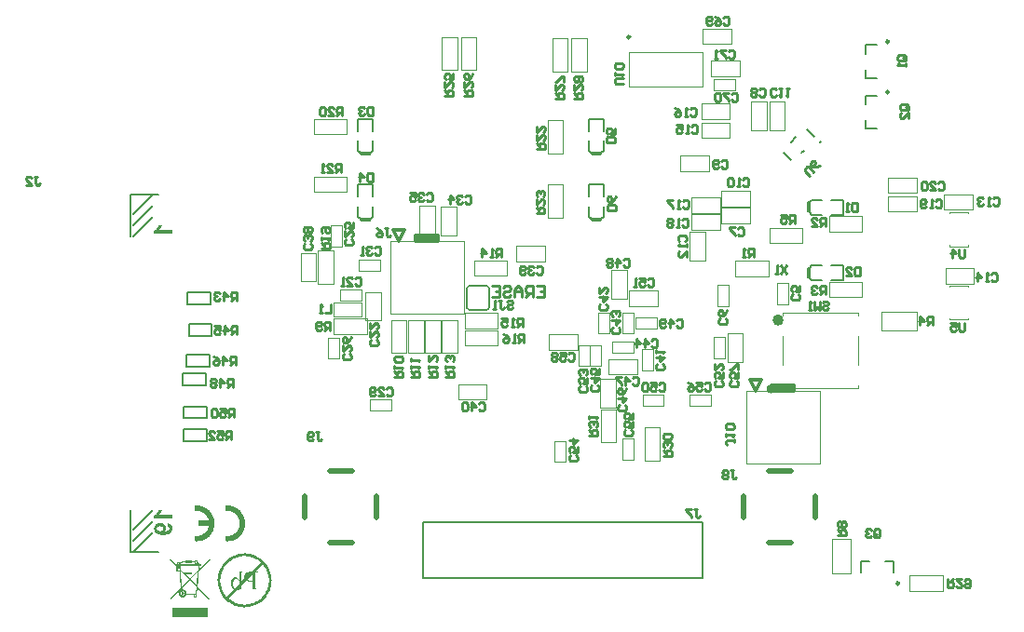
<source format=gbo>
G04*
G04 #@! TF.GenerationSoftware,Altium Limited,Altium Designer,19.1.7 (138)*
G04*
G04 Layer_Color=32896*
%FSLAX25Y25*%
%MOIN*%
G70*
G01*
G75*
%ADD10C,0.00984*%
%ADD11C,0.00394*%
%ADD12C,0.02000*%
%ADD14C,0.00500*%
%ADD15C,0.01181*%
%ADD16C,0.00787*%
%ADD17C,0.01000*%
%ADD97C,0.00800*%
%ADD146C,0.01575*%
%ADD147C,0.00472*%
G36*
X39356Y25555D02*
X35432Y21475D01*
X35328Y20381D01*
X35085Y17708D01*
X34877Y15781D01*
X39078Y11458D01*
X38783Y11180D01*
X34842Y15243D01*
X34617Y12760D01*
X34495D01*
Y11806D01*
X33610D01*
Y12760D01*
X30884D01*
X30797Y12569D01*
X30659Y12378D01*
X30468Y12170D01*
X30207Y11996D01*
X29912Y11910D01*
X29652Y11875D01*
X29357Y11892D01*
X29148Y11944D01*
X28905Y12049D01*
X28697Y12170D01*
X28541Y12326D01*
X28367Y12569D01*
X28245Y12830D01*
X28193Y13073D01*
X28159Y13264D01*
X28176Y13507D01*
X28228Y13698D01*
X28280Y13871D01*
X28384Y14062D01*
X28506Y14219D01*
X28679Y14375D01*
X28853Y14496D01*
X29009Y14566D01*
X28975Y14774D01*
X25520Y11198D01*
X25225Y11476D01*
X28940Y15329D01*
X28645Y18680D01*
X28436Y21110D01*
X27325D01*
Y22673D01*
X27621D01*
X24808Y25555D01*
X25103Y25832D01*
X27742Y23107D01*
Y23298D01*
X27690Y23350D01*
X27621Y23385D01*
X27551Y23471D01*
X27482Y23541D01*
X27447Y23645D01*
X27412Y23749D01*
X27395Y23853D01*
X27412Y24010D01*
X27464Y24096D01*
X27551Y24253D01*
X27673Y24357D01*
X27829Y24426D01*
X27985Y24443D01*
X28141Y24426D01*
X28280Y24374D01*
X28402Y24305D01*
X28454Y24235D01*
X28558Y24322D01*
X28732Y24426D01*
X28957Y24548D01*
X29252Y24652D01*
X29582Y24756D01*
X29895Y24825D01*
X30242Y24878D01*
X30520Y24912D01*
Y25260D01*
X32742D01*
Y24964D01*
X32915Y24947D01*
X33193Y24930D01*
X33506Y24895D01*
X33801Y24843D01*
Y25016D01*
X34756D01*
Y24565D01*
X34877Y24513D01*
X35033Y24443D01*
X35190Y24339D01*
X35346Y24253D01*
X35467Y24131D01*
X35554Y24062D01*
X35623Y23975D01*
X35658Y23888D01*
X35641Y23732D01*
X36196D01*
Y23003D01*
X35571D01*
X35485Y22100D01*
X39078Y25832D01*
X39356Y25555D01*
D02*
G37*
G36*
X38505Y7986D02*
Y7934D01*
Y7847D01*
Y7761D01*
Y7656D01*
Y7587D01*
Y7518D01*
Y7500D01*
Y7136D01*
Y6945D01*
Y6788D01*
Y6632D01*
Y6528D01*
Y6459D01*
Y6424D01*
Y6216D01*
Y6007D01*
Y5816D01*
Y5660D01*
Y5521D01*
Y5417D01*
Y5347D01*
Y5330D01*
Y5174D01*
Y5052D01*
Y4966D01*
Y4913D01*
Y4879D01*
Y4844D01*
X25867D01*
Y4861D01*
Y4913D01*
Y5000D01*
Y5087D01*
Y5174D01*
Y5261D01*
Y5313D01*
Y5330D01*
Y5712D01*
Y5903D01*
Y6059D01*
Y6216D01*
Y6320D01*
Y6407D01*
Y6424D01*
Y6632D01*
Y6841D01*
Y7031D01*
Y7188D01*
Y7309D01*
Y7413D01*
Y7483D01*
Y7500D01*
Y7674D01*
Y7795D01*
Y7882D01*
Y7934D01*
Y7986D01*
Y8004D01*
X38505D01*
Y7986D01*
D02*
G37*
G36*
X52413Y27600D02*
X53125Y27514D01*
X53802Y27375D01*
X54444Y27201D01*
X55052Y26975D01*
X55607Y26732D01*
X56128Y26489D01*
X56614Y26229D01*
X57031Y25951D01*
X57413Y25708D01*
X57743Y25465D01*
X58020Y25257D01*
X58228Y25066D01*
X58402Y24927D01*
X58489Y24840D01*
X58524Y24805D01*
X59027Y24267D01*
X59461Y23694D01*
X59843Y23122D01*
X60155Y22549D01*
X60433Y21958D01*
X60659Y21403D01*
X60850Y20847D01*
X61006Y20327D01*
X61110Y19840D01*
X61197Y19389D01*
X61266Y18990D01*
X61301Y18643D01*
X61319Y18486D01*
X61336Y18348D01*
Y18243D01*
X61353Y18139D01*
Y18070D01*
Y18018D01*
Y17983D01*
Y17966D01*
X61319Y17236D01*
X61232Y16525D01*
X61093Y15848D01*
X60902Y15205D01*
X60694Y14598D01*
X60451Y14042D01*
X60208Y13504D01*
X59930Y13035D01*
X59669Y12601D01*
X59426Y12219D01*
X59183Y11890D01*
X58958Y11612D01*
X58784Y11404D01*
X58645Y11247D01*
X58558Y11143D01*
X58524Y11108D01*
X57986Y10605D01*
X57413Y10171D01*
X56840Y9789D01*
X56267Y9477D01*
X55677Y9199D01*
X55121Y8973D01*
X54566Y8782D01*
X54045Y8626D01*
X53559Y8522D01*
X53107Y8435D01*
X52708Y8365D01*
X52361Y8331D01*
X52205Y8313D01*
X52066Y8296D01*
X51962D01*
X51857Y8279D01*
X51684D01*
X50937Y8313D01*
X50243Y8400D01*
X49566Y8539D01*
X48924Y8730D01*
X48316Y8938D01*
X47760Y9181D01*
X47240Y9425D01*
X46754Y9702D01*
X46337Y9963D01*
X45955Y10206D01*
X45625Y10449D01*
X45347Y10674D01*
X45139Y10848D01*
X44965Y10987D01*
X44879Y11074D01*
X44844Y11108D01*
X44341Y11647D01*
X43907Y12219D01*
X43525Y12792D01*
X43212Y13383D01*
X42934Y13955D01*
X42709Y14528D01*
X42518Y15084D01*
X42362Y15605D01*
X42257Y16091D01*
X42171Y16542D01*
X42101Y16941D01*
X42066Y17289D01*
X42049Y17445D01*
X42032Y17584D01*
Y17688D01*
X42014Y17792D01*
Y17861D01*
Y17913D01*
Y17948D01*
Y17966D01*
X42049Y18712D01*
X42136Y19407D01*
X42275Y20084D01*
X42448Y20726D01*
X42674Y21333D01*
X42917Y21889D01*
X43160Y22410D01*
X43420Y22896D01*
X43698Y23313D01*
X43941Y23694D01*
X44184Y24024D01*
X44393Y24302D01*
X44584Y24510D01*
X44723Y24684D01*
X44809Y24771D01*
X44844Y24805D01*
X45382Y25309D01*
X45955Y25743D01*
X46528Y26125D01*
X47101Y26437D01*
X47691Y26715D01*
X48246Y26941D01*
X48802Y27132D01*
X49323Y27288D01*
X49809Y27392D01*
X50260Y27479D01*
X50660Y27548D01*
X51007Y27583D01*
X51163Y27600D01*
X51302Y27618D01*
X51406D01*
X51510Y27635D01*
X51684D01*
X52413Y27600D01*
D02*
G37*
G36*
X45947Y44821D02*
X46433Y44751D01*
X46885Y44664D01*
X47319Y44543D01*
X47718Y44404D01*
X48100Y44248D01*
X48447Y44074D01*
X48760Y43901D01*
X49055Y43710D01*
X49298Y43553D01*
X49524Y43380D01*
X49714Y43241D01*
X49853Y43119D01*
X49958Y43033D01*
X50027Y42963D01*
X50044Y42946D01*
X50374Y42581D01*
X50669Y42199D01*
X50912Y41817D01*
X51121Y41436D01*
X51312Y41054D01*
X51468Y40672D01*
X51589Y40307D01*
X51676Y39960D01*
X51763Y39630D01*
X51815Y39335D01*
X51867Y39057D01*
X51885Y38831D01*
X51902Y38640D01*
X51919Y38502D01*
Y38415D01*
Y38380D01*
X51902Y37894D01*
X51832Y37425D01*
X51746Y36974D01*
X51624Y36540D01*
X51485Y36141D01*
X51329Y35759D01*
X51155Y35412D01*
X50982Y35099D01*
X50808Y34804D01*
X50635Y34561D01*
X50478Y34335D01*
X50340Y34144D01*
X50218Y34005D01*
X50131Y33901D01*
X50062Y33832D01*
X50044Y33814D01*
X49680Y33485D01*
X49298Y33189D01*
X48916Y32946D01*
X48534Y32738D01*
X48135Y32547D01*
X47770Y32391D01*
X47388Y32269D01*
X47041Y32183D01*
X46711Y32096D01*
X46416Y32044D01*
X46138Y31992D01*
X45913Y31974D01*
X45722Y31957D01*
X45583Y31940D01*
X45236D01*
X45027Y31957D01*
X44819D01*
Y33919D01*
X45045Y33884D01*
X45253Y33867D01*
X45461D01*
X45809Y33884D01*
X46138Y33919D01*
X46451Y33988D01*
X46746Y34075D01*
X47041Y34179D01*
X47302Y34283D01*
X47545Y34405D01*
X47770Y34526D01*
X47978Y34648D01*
X48152Y34769D01*
X48308Y34873D01*
X48430Y34978D01*
X48534Y35064D01*
X48603Y35134D01*
X48656Y35168D01*
X48673Y35186D01*
X48899Y35446D01*
X49107Y35707D01*
X49281Y35967D01*
X49437Y36245D01*
X49558Y36505D01*
X49662Y36783D01*
X49749Y37026D01*
X49819Y37286D01*
X49888Y37512D01*
X49923Y37720D01*
X49958Y37911D01*
X49975Y38068D01*
Y38206D01*
X49992Y38293D01*
Y38363D01*
Y38380D01*
X49975Y38727D01*
X49940Y39057D01*
X49871Y39370D01*
X49784Y39665D01*
X49680Y39960D01*
X49576Y40220D01*
X49454Y40463D01*
X49333Y40689D01*
X49211Y40880D01*
X49090Y41054D01*
X48985Y41210D01*
X48881Y41331D01*
X48794Y41436D01*
X48725Y41522D01*
X48690Y41557D01*
X48673Y41574D01*
X48412Y41817D01*
X48152Y42008D01*
X47874Y42199D01*
X47614Y42356D01*
X47336Y42477D01*
X47076Y42581D01*
X46815Y42668D01*
X46572Y42737D01*
X46329Y42807D01*
X46121Y42842D01*
X45930Y42876D01*
X45774Y42894D01*
X45635Y42911D01*
X45236D01*
X45027Y42894D01*
X44941Y42876D01*
X44871D01*
X44836Y42859D01*
X44819D01*
X44836Y44803D01*
X45045Y44821D01*
X45253Y44838D01*
X45461D01*
X45947Y44821D01*
D02*
G37*
G36*
X34993D02*
X35462Y44751D01*
X35913Y44664D01*
X36347Y44543D01*
X36747Y44404D01*
X37128Y44248D01*
X37476Y44074D01*
X37788Y43901D01*
X38083Y43710D01*
X38326Y43553D01*
X38552Y43380D01*
X38743Y43241D01*
X38882Y43119D01*
X38986Y43033D01*
X39055Y42963D01*
X39073Y42946D01*
X39403Y42581D01*
X39698Y42199D01*
X39941Y41817D01*
X40149Y41436D01*
X40340Y41054D01*
X40496Y40672D01*
X40618Y40307D01*
X40705Y39960D01*
X40791Y39630D01*
X40844Y39335D01*
X40896Y39057D01*
X40913Y38831D01*
X40930Y38640D01*
X40948Y38502D01*
Y38415D01*
Y38380D01*
X40930Y37894D01*
X40861Y37425D01*
X40774Y36974D01*
X40653Y36540D01*
X40514Y36141D01*
X40358Y35759D01*
X40184Y35412D01*
X40010Y35099D01*
X39837Y34804D01*
X39663Y34561D01*
X39507Y34335D01*
X39368Y34144D01*
X39246Y34005D01*
X39160Y33901D01*
X39090Y33832D01*
X39073Y33814D01*
X38708Y33485D01*
X38326Y33189D01*
X37944Y32946D01*
X37563Y32738D01*
X37181Y32547D01*
X36799Y32391D01*
X36434Y32269D01*
X36087Y32183D01*
X35757Y32096D01*
X35445Y32044D01*
X35184Y31992D01*
X34958Y31974D01*
X34768Y31957D01*
X34629Y31940D01*
X34264D01*
X34056Y31957D01*
X33865D01*
Y33919D01*
X34091Y33884D01*
X34299Y33867D01*
X34507D01*
X34802Y33884D01*
X35080Y33901D01*
X35358Y33953D01*
X35618Y34023D01*
X36104Y34179D01*
X36313Y34266D01*
X36521Y34370D01*
X36694Y34457D01*
X36868Y34544D01*
X37007Y34630D01*
X37111Y34700D01*
X37215Y34769D01*
X37285Y34821D01*
X37319Y34839D01*
X37337Y34856D01*
X37563Y35047D01*
X37753Y35255D01*
X37944Y35464D01*
X38101Y35672D01*
X38257Y35898D01*
X38378Y36106D01*
X38587Y36505D01*
X38674Y36696D01*
X38743Y36870D01*
X38795Y37026D01*
X38847Y37148D01*
X38882Y37252D01*
X38899Y37339D01*
X38917Y37391D01*
Y37408D01*
X35149D01*
Y39352D01*
X38917D01*
X38847Y39647D01*
X38760Y39908D01*
X38535Y40411D01*
X38274Y40845D01*
X38135Y41036D01*
X38014Y41210D01*
X37875Y41366D01*
X37753Y41505D01*
X37649Y41626D01*
X37545Y41731D01*
X37476Y41800D01*
X37406Y41852D01*
X37372Y41887D01*
X37354Y41904D01*
X37111Y42078D01*
X36868Y42234D01*
X36625Y42373D01*
X36382Y42494D01*
X36139Y42581D01*
X35896Y42668D01*
X35462Y42790D01*
X35254Y42824D01*
X35080Y42859D01*
X34924Y42876D01*
X34768Y42894D01*
X34663Y42911D01*
X34264D01*
X34056Y42894D01*
X33986Y42876D01*
X33917D01*
X33882Y42859D01*
X33865D01*
Y44803D01*
X34125Y44821D01*
X34316Y44838D01*
X34507D01*
X34993Y44821D01*
D02*
G37*
G36*
X21969Y42881D02*
X21906Y42721D01*
X21837Y42562D01*
X21761Y42416D01*
X21684Y42277D01*
X21608Y42145D01*
X21532Y42027D01*
X21455Y41916D01*
X21386Y41812D01*
X21317Y41729D01*
X21254Y41645D01*
X21205Y41583D01*
X21164Y41534D01*
X21129Y41493D01*
X21108Y41472D01*
X21101Y41465D01*
X25717D01*
Y40236D01*
X19290D01*
Y41236D01*
X19401Y41278D01*
X19505Y41326D01*
X19700Y41444D01*
X19873Y41569D01*
X20026Y41701D01*
X20095Y41763D01*
X20151Y41819D01*
X20206Y41868D01*
X20248Y41916D01*
X20282Y41951D01*
X20303Y41978D01*
X20317Y41999D01*
X20324Y42006D01*
X20477Y42214D01*
X20602Y42409D01*
X20706Y42582D01*
X20782Y42735D01*
X20817Y42804D01*
X20845Y42867D01*
X20865Y42915D01*
X20886Y42964D01*
X20900Y42999D01*
X20907Y43026D01*
X20914Y43040D01*
Y43047D01*
X22031D01*
X21969Y42881D01*
D02*
G37*
G36*
X21629Y38488D02*
X21789Y38474D01*
X21941Y38446D01*
X22087Y38411D01*
X22226Y38370D01*
X22351Y38321D01*
X22462Y38273D01*
X22566Y38217D01*
X22656Y38168D01*
X22739Y38120D01*
X22809Y38071D01*
X22871Y38030D01*
X22913Y37995D01*
X22948Y37967D01*
X22968Y37953D01*
X22975Y37946D01*
X23079Y37842D01*
X23163Y37731D01*
X23239Y37620D01*
X23308Y37509D01*
X23364Y37405D01*
X23413Y37294D01*
X23447Y37190D01*
X23482Y37093D01*
X23503Y37003D01*
X23524Y36912D01*
X23530Y36836D01*
X23544Y36773D01*
Y36718D01*
X23551Y36683D01*
Y36649D01*
X23544Y36517D01*
X23530Y36399D01*
X23503Y36281D01*
X23468Y36170D01*
X23426Y36066D01*
X23385Y35975D01*
X23336Y35885D01*
X23281Y35809D01*
X23232Y35732D01*
X23183Y35670D01*
X23142Y35614D01*
X23100Y35573D01*
X23065Y35538D01*
X23038Y35510D01*
X23024Y35497D01*
X23017Y35490D01*
X23218Y35504D01*
X23399Y35524D01*
X23558Y35545D01*
X23711Y35573D01*
X23843Y35601D01*
X23961Y35628D01*
X24065Y35656D01*
X24155Y35684D01*
X24231Y35712D01*
X24301Y35739D01*
X24356Y35767D01*
X24398Y35788D01*
X24426Y35802D01*
X24453Y35816D01*
X24460Y35830D01*
X24467D01*
X24530Y35878D01*
X24578Y35934D01*
X24627Y35989D01*
X24669Y36038D01*
X24731Y36149D01*
X24773Y36246D01*
X24793Y36336D01*
X24807Y36406D01*
X24814Y36433D01*
Y36468D01*
X24807Y36579D01*
X24787Y36669D01*
X24759Y36753D01*
X24724Y36822D01*
X24696Y36878D01*
X24669Y36919D01*
X24648Y36947D01*
X24641Y36954D01*
X24565Y37016D01*
X24481Y37065D01*
X24391Y37107D01*
X24308Y37134D01*
X24224Y37155D01*
X24162Y37169D01*
X24134D01*
X24113Y37176D01*
X24106D01*
X24100D01*
X24231Y38363D01*
X24377Y38335D01*
X24516Y38300D01*
X24641Y38266D01*
X24759Y38217D01*
X24870Y38175D01*
X24967Y38120D01*
X25057Y38071D01*
X25134Y38023D01*
X25210Y37974D01*
X25265Y37933D01*
X25321Y37891D01*
X25363Y37856D01*
X25397Y37821D01*
X25418Y37801D01*
X25432Y37787D01*
X25439Y37780D01*
X25508Y37690D01*
X25571Y37592D01*
X25619Y37495D01*
X25668Y37391D01*
X25703Y37294D01*
X25737Y37190D01*
X25786Y36996D01*
X25800Y36912D01*
X25814Y36829D01*
X25821Y36753D01*
X25828Y36690D01*
X25835Y36635D01*
Y36565D01*
X25828Y36378D01*
X25800Y36191D01*
X25765Y36024D01*
X25710Y35864D01*
X25654Y35712D01*
X25592Y35573D01*
X25515Y35441D01*
X25446Y35330D01*
X25376Y35226D01*
X25300Y35136D01*
X25238Y35052D01*
X25175Y34990D01*
X25127Y34941D01*
X25092Y34900D01*
X25064Y34879D01*
X25057Y34872D01*
X24898Y34754D01*
X24724Y34657D01*
X24537Y34567D01*
X24336Y34497D01*
X24127Y34435D01*
X23912Y34379D01*
X23704Y34337D01*
X23496Y34303D01*
X23301Y34275D01*
X23121Y34254D01*
X22954Y34240D01*
X22809Y34227D01*
X22746D01*
X22691D01*
X22642Y34220D01*
X22601D01*
X22566D01*
X22545D01*
X22531D01*
X22524D01*
X22212Y34227D01*
X21920Y34247D01*
X21657Y34275D01*
X21414Y34317D01*
X21185Y34365D01*
X20983Y34414D01*
X20803Y34476D01*
X20637Y34532D01*
X20498Y34587D01*
X20380Y34643D01*
X20276Y34698D01*
X20192Y34747D01*
X20130Y34789D01*
X20081Y34816D01*
X20053Y34837D01*
X20047Y34844D01*
X19915Y34962D01*
X19797Y35094D01*
X19693Y35226D01*
X19609Y35358D01*
X19533Y35490D01*
X19478Y35628D01*
X19422Y35753D01*
X19387Y35878D01*
X19353Y35996D01*
X19332Y36107D01*
X19311Y36204D01*
X19304Y36288D01*
X19297Y36350D01*
X19290Y36406D01*
Y36447D01*
X19297Y36614D01*
X19318Y36767D01*
X19346Y36912D01*
X19380Y37058D01*
X19429Y37183D01*
X19478Y37308D01*
X19533Y37419D01*
X19589Y37516D01*
X19644Y37606D01*
X19700Y37690D01*
X19748Y37759D01*
X19797Y37815D01*
X19831Y37856D01*
X19859Y37891D01*
X19880Y37912D01*
X19887Y37919D01*
X20005Y38023D01*
X20123Y38106D01*
X20255Y38182D01*
X20387Y38252D01*
X20512Y38307D01*
X20643Y38356D01*
X20775Y38390D01*
X20893Y38425D01*
X21011Y38446D01*
X21115Y38467D01*
X21213Y38474D01*
X21296Y38488D01*
X21358D01*
X21414Y38495D01*
X21441D01*
X21455D01*
X21629Y38488D01*
D02*
G37*
G36*
X21969Y144881D02*
X21906Y144721D01*
X21837Y144561D01*
X21761Y144416D01*
X21684Y144277D01*
X21608Y144145D01*
X21532Y144027D01*
X21455Y143916D01*
X21386Y143812D01*
X21317Y143729D01*
X21254Y143645D01*
X21205Y143583D01*
X21164Y143534D01*
X21129Y143493D01*
X21108Y143472D01*
X21101Y143465D01*
X25717D01*
Y142237D01*
X19290D01*
Y143236D01*
X19401Y143278D01*
X19505Y143326D01*
X19700Y143444D01*
X19873Y143569D01*
X20026Y143701D01*
X20095Y143763D01*
X20151Y143819D01*
X20206Y143868D01*
X20248Y143916D01*
X20282Y143951D01*
X20303Y143979D01*
X20317Y143999D01*
X20324Y144006D01*
X20477Y144214D01*
X20602Y144409D01*
X20706Y144582D01*
X20782Y144735D01*
X20817Y144804D01*
X20845Y144867D01*
X20865Y144915D01*
X20886Y144964D01*
X20900Y144999D01*
X20907Y145026D01*
X20914Y145040D01*
Y145047D01*
X22031D01*
X21969Y144881D01*
D02*
G37*
%LPC*%
G36*
X32325Y24860D02*
X30919D01*
Y24634D01*
X32325D01*
Y24860D01*
D02*
G37*
G36*
X32742Y24530D02*
Y24218D01*
X30520D01*
Y24496D01*
X30051Y24426D01*
X29634Y24322D01*
X29287Y24218D01*
X29027Y24096D01*
X28801Y23975D01*
X28627Y23819D01*
Y23732D01*
X33801D01*
Y24409D01*
X33471Y24461D01*
X33124Y24496D01*
X32742Y24530D01*
D02*
G37*
G36*
X34356Y24634D02*
X34200D01*
Y24096D01*
X34356D01*
Y24634D01*
D02*
G37*
G36*
X34756Y24114D02*
Y23732D01*
X35224D01*
X35242Y23801D01*
X35120Y23905D01*
X34981Y24010D01*
X34756Y24114D01*
D02*
G37*
G36*
X28037Y24044D02*
X27933D01*
X27898Y24010D01*
X27829Y23940D01*
X27812Y23871D01*
Y23853D01*
Y23836D01*
Y23766D01*
X27846Y23732D01*
X27898Y23662D01*
X27968Y23645D01*
X28003D01*
X28072Y23662D01*
X28124Y23680D01*
X28176Y23749D01*
X28211Y23801D01*
Y23836D01*
X28193Y23905D01*
X28176Y23957D01*
X28107Y24027D01*
X28037Y24044D01*
D02*
G37*
G36*
X28506Y22274D02*
X27725D01*
Y21510D01*
X28506D01*
Y22274D01*
D02*
G37*
G36*
X32377Y20520D02*
X30294D01*
Y20399D01*
X32377D01*
Y20520D01*
D02*
G37*
G36*
X35172Y23003D02*
X28697D01*
X28732Y22673D01*
X28905D01*
Y21926D01*
X29877Y20937D01*
X32794D01*
Y19999D01*
X30780D01*
X32117Y18611D01*
X35051Y21649D01*
X35172Y23003D01*
D02*
G37*
G36*
X34981Y21006D02*
X32394Y18333D01*
X34530Y16145D01*
X34981Y21006D01*
D02*
G37*
G36*
X28905Y21353D02*
Y21110D01*
X28853D01*
X29322Y15711D01*
X31839Y18333D01*
X30207Y19999D01*
X29877D01*
Y20347D01*
X28905Y21353D01*
D02*
G37*
G36*
X32117Y18038D02*
X29357Y15173D01*
X29409Y14687D01*
X29600Y14705D01*
X29808Y14687D01*
X30051Y14618D01*
X30294Y14479D01*
X30485Y14357D01*
X30659Y14184D01*
X30815Y13975D01*
X30936Y13698D01*
X31006Y13385D01*
X30988Y13160D01*
X34252D01*
X34478Y15607D01*
X32117Y18038D01*
D02*
G37*
G36*
X29617Y13993D02*
X29582D01*
X29357Y13958D01*
X29183Y13889D01*
X29061Y13767D01*
X28975Y13646D01*
X28923Y13524D01*
X28905Y13403D01*
X28888Y13333D01*
Y13298D01*
X28923Y13055D01*
X28992Y12882D01*
X29114Y12760D01*
X29235Y12673D01*
X29357Y12621D01*
X29478Y12604D01*
X29548Y12587D01*
X29582D01*
X29825Y12621D01*
X29999Y12691D01*
X30120Y12812D01*
X30207Y12951D01*
X30259Y13073D01*
X30277Y13194D01*
X30294Y13264D01*
Y13298D01*
X30259Y13524D01*
X30190Y13698D01*
X30068Y13819D01*
X29929Y13906D01*
X29808Y13958D01*
X29686Y13975D01*
X29617Y13993D01*
D02*
G37*
G36*
X34096Y12760D02*
X33992D01*
Y12205D01*
X34096D01*
Y12760D01*
D02*
G37*
%LPD*%
G36*
X29739Y13732D02*
X29860Y13680D01*
X29929Y13611D01*
X29999Y13524D01*
X30034Y13437D01*
X30051Y13368D01*
Y13316D01*
Y13298D01*
X30034Y13142D01*
X29981Y13021D01*
X29895Y12951D01*
X29808Y12882D01*
X29739Y12847D01*
X29652Y12830D01*
X29582D01*
X29426Y12847D01*
X29305Y12899D01*
X29235Y12986D01*
X29166Y13073D01*
X29131Y13142D01*
X29114Y13229D01*
Y13281D01*
Y13298D01*
X29131Y13455D01*
X29183Y13559D01*
X29270Y13646D01*
X29339Y13698D01*
X29426Y13732D01*
X29513Y13750D01*
X29582D01*
X29739Y13732D01*
D02*
G37*
%LPC*%
G36*
X29617Y13351D02*
X29548D01*
X29513Y13333D01*
Y13316D01*
Y13298D01*
X29530Y13246D01*
X29548Y13229D01*
X29565Y13212D01*
X29582D01*
X29617Y13229D01*
X29634Y13264D01*
X29652Y13281D01*
Y13298D01*
X29634Y13333D01*
X29617Y13351D01*
D02*
G37*
G36*
X51840Y26663D02*
X51684D01*
X51024Y26628D01*
X50382Y26559D01*
X49774Y26420D01*
X49201Y26264D01*
X48646Y26073D01*
X48142Y25864D01*
X47674Y25621D01*
X47240Y25396D01*
X46858Y25153D01*
X46510Y24927D01*
X46215Y24701D01*
X45972Y24510D01*
X45781Y24354D01*
X45643Y24215D01*
X45556Y24146D01*
X45521Y24111D01*
X45070Y23625D01*
X44670Y23122D01*
X44341Y22601D01*
X44045Y22080D01*
X43802Y21559D01*
X43594Y21038D01*
X43420Y20552D01*
X43282Y20084D01*
X43177Y19649D01*
X43108Y19233D01*
X43038Y18886D01*
X43004Y18573D01*
X42987Y18313D01*
Y18209D01*
X42969Y18122D01*
Y18052D01*
Y18000D01*
Y17983D01*
Y17966D01*
X43004Y17306D01*
X43073Y16664D01*
X43212Y16056D01*
X43368Y15483D01*
X43559Y14945D01*
X43768Y14424D01*
X44011Y13955D01*
X44236Y13539D01*
X44479Y13139D01*
X44705Y12810D01*
X44931Y12497D01*
X45122Y12254D01*
X45192Y12168D01*
X47865Y14858D01*
X47726Y14945D01*
X47604Y15032D01*
X47517Y15101D01*
X47500Y15136D01*
X47483D01*
X47344Y15275D01*
X47222Y15414D01*
X47049Y15726D01*
X46910Y16039D01*
X46806Y16334D01*
X46754Y16594D01*
X46736Y16698D01*
Y16803D01*
X46719Y16889D01*
Y16941D01*
Y16976D01*
Y16993D01*
X46736Y17341D01*
X46788Y17653D01*
X46875Y17931D01*
X46962Y18139D01*
X47066Y18330D01*
X47135Y18452D01*
X47205Y18539D01*
X47222Y18556D01*
X47413Y18747D01*
X47622Y18886D01*
X47813Y18990D01*
X47986Y19059D01*
X48142Y19094D01*
X48264Y19129D01*
X48368D01*
X48507Y19111D01*
X48629Y19094D01*
X48889Y18990D01*
X49115Y18851D01*
X49323Y18695D01*
X49496Y18521D01*
X49635Y18382D01*
X49705Y18278D01*
X49740Y18261D01*
Y21385D01*
X49948D01*
X51250Y20865D01*
X51180Y20691D01*
X51042Y20726D01*
X50937Y20761D01*
X50764D01*
X50712Y20743D01*
X50677Y20726D01*
X50660Y20708D01*
X50608Y20639D01*
X50573Y20570D01*
X50555Y20517D01*
Y20483D01*
X50538Y20396D01*
Y20257D01*
X50521Y20101D01*
Y19945D01*
Y19806D01*
Y19684D01*
Y19597D01*
Y19563D01*
Y17497D01*
X51666Y18660D01*
X51597Y18886D01*
X51580Y19094D01*
X51562Y19181D01*
Y19250D01*
Y19285D01*
Y19302D01*
X51580Y19511D01*
X51614Y19702D01*
X51666Y19875D01*
X51736Y20014D01*
X51805Y20136D01*
X51857Y20240D01*
X51892Y20292D01*
X51910Y20309D01*
X52048Y20448D01*
X52187Y20570D01*
X52326Y20674D01*
X52448Y20761D01*
X52569Y20830D01*
X52656Y20865D01*
X52725Y20899D01*
X52743D01*
X52951Y20952D01*
X53159Y21004D01*
X53385Y21038D01*
X53611Y21056D01*
X53802Y21073D01*
X54097D01*
X57478Y24454D01*
X57604Y24337D01*
X57482Y24458D01*
X57478Y24454D01*
X57361Y24562D01*
X56857Y24962D01*
X56336Y25291D01*
X55798Y25587D01*
X55277Y25830D01*
X54774Y26038D01*
X54288Y26212D01*
X53802Y26351D01*
X53368Y26455D01*
X52969Y26524D01*
X52604Y26594D01*
X52291Y26628D01*
X52031Y26646D01*
X51927D01*
X51840Y26663D01*
D02*
G37*
G36*
X57604Y24337D02*
X57829Y24111D01*
X57951Y23990D01*
X57881Y24076D01*
X57847Y24111D01*
X57604Y24337D01*
D02*
G37*
G36*
X58090Y23851D02*
X58152Y23774D01*
X58159Y23781D01*
X58090Y23851D01*
D02*
G37*
G36*
X53680Y20656D02*
X53541Y20622D01*
X53420Y20570D01*
X53333Y20535D01*
X53298Y20517D01*
X53194Y20448D01*
X53090Y20361D01*
X52934Y20188D01*
X52882Y20101D01*
X52847Y20031D01*
X52812Y19997D01*
Y19979D01*
X52760Y19858D01*
X52725Y19754D01*
X52691Y19702D01*
Y19684D01*
X53680Y20656D01*
D02*
G37*
G36*
X54618Y20240D02*
X52830Y18452D01*
X52882Y18365D01*
X52934Y18295D01*
X52986Y18243D01*
X53003Y18226D01*
X53142Y18104D01*
X53281Y18000D01*
X53420Y17931D01*
X53559Y17896D01*
X53663Y17861D01*
X53750Y17844D01*
X53941D01*
X54062Y17861D01*
X54184D01*
X54322Y17879D01*
X54461Y17896D01*
X54566Y17931D01*
X54618D01*
Y20240D01*
D02*
G37*
G36*
X48837Y18452D02*
X48750D01*
X48576Y18434D01*
X48420Y18382D01*
X48281Y18313D01*
X48160Y18226D01*
X48056Y18139D01*
X47986Y18070D01*
X47934Y18018D01*
X47917Y18000D01*
X47795Y17827D01*
X47691Y17618D01*
X47622Y17410D01*
X47587Y17202D01*
X47552Y17028D01*
X47535Y16872D01*
Y16768D01*
Y16750D01*
Y16733D01*
X47552Y16421D01*
X47587Y16143D01*
X47656Y15900D01*
X47726Y15709D01*
X47795Y15553D01*
X47865Y15448D01*
X47899Y15379D01*
X47917Y15362D01*
X47986Y15257D01*
X48056Y15188D01*
X48108Y15136D01*
X48125Y15119D01*
X49740Y16716D01*
Y17948D01*
X49635Y18052D01*
X49531Y18139D01*
X49375Y18243D01*
X49288Y18313D01*
X49253Y18330D01*
X49062Y18400D01*
X48906Y18434D01*
X48837Y18452D01*
D02*
G37*
G36*
X58152Y23774D02*
X55451Y21073D01*
X56441D01*
Y20899D01*
X56076D01*
X55954Y20865D01*
X55868Y20830D01*
X55798Y20795D01*
X55694Y20726D01*
X55659Y20708D01*
Y20691D01*
X55607Y20622D01*
X55572Y20517D01*
X55555Y20396D01*
X55538Y20275D01*
X55520Y20153D01*
Y20049D01*
Y19979D01*
Y19945D01*
Y15813D01*
Y15622D01*
X55538Y15466D01*
X55555Y15344D01*
X55572Y15257D01*
X55590Y15188D01*
X55607Y15136D01*
X55625Y15101D01*
X55694Y15014D01*
X55781Y14945D01*
X55885Y14910D01*
X55972Y14875D01*
X56059Y14858D01*
X56128Y14841D01*
X56441D01*
Y14667D01*
X53698D01*
Y14841D01*
X53941D01*
X54062Y14858D01*
X54184Y14875D01*
X54357Y14945D01*
X54409Y14980D01*
X54461Y15014D01*
X54479Y15049D01*
X54496D01*
X54531Y15136D01*
X54566Y15240D01*
X54583Y15362D01*
X54600Y15483D01*
X54618Y15605D01*
Y15709D01*
Y15796D01*
Y15813D01*
Y17671D01*
X54375Y17618D01*
X54201Y17601D01*
X54132Y17584D01*
X54080Y17566D01*
X54045D01*
X53854Y17549D01*
X53680Y17532D01*
X53541D01*
X53264Y17549D01*
X53003Y17584D01*
X52795Y17636D01*
X52604Y17705D01*
X52465Y17775D01*
X52343Y17827D01*
X52274Y17861D01*
X52257Y17879D01*
X50521Y16125D01*
Y15084D01*
X50226Y14910D01*
X50087Y14841D01*
X49965Y14789D01*
X49861Y14737D01*
X49792Y14702D01*
X49740Y14685D01*
X49722D01*
X49444Y14598D01*
X49201Y14563D01*
X49097Y14546D01*
X48924D01*
X45868Y11490D01*
X45521Y11803D01*
X45461Y11869D01*
X45486Y11838D01*
X45521Y11803D01*
X46007Y11351D01*
X46510Y10970D01*
X47031Y10622D01*
X47552Y10327D01*
X48073Y10084D01*
X48594Y9876D01*
X49080Y9702D01*
X49566Y9563D01*
X50000Y9459D01*
X50399Y9390D01*
X50764Y9338D01*
X51076Y9286D01*
X51337Y9268D01*
X51441D01*
X51528Y9251D01*
X51684D01*
X52343Y9286D01*
X52986Y9355D01*
X53593Y9494D01*
X54166Y9650D01*
X54704Y9841D01*
X55225Y10067D01*
X55694Y10293D01*
X56111Y10536D01*
X56510Y10761D01*
X56840Y11004D01*
X57152Y11213D01*
X57395Y11404D01*
X57586Y11560D01*
X57725Y11699D01*
X57812Y11768D01*
X57847Y11803D01*
X58298Y12289D01*
X58680Y12792D01*
X59027Y13313D01*
X59322Y13851D01*
X59565Y14372D01*
X59774Y14875D01*
X59947Y15362D01*
X60086Y15848D01*
X60190Y16282D01*
X60260Y16681D01*
X60312Y17045D01*
X60364Y17358D01*
X60381Y17618D01*
Y17723D01*
X60399Y17809D01*
Y17879D01*
Y17931D01*
Y17948D01*
Y17966D01*
X60364Y18625D01*
X60294Y19268D01*
X60155Y19875D01*
X59999Y20448D01*
X59808Y20986D01*
X59583Y21490D01*
X59357Y21958D01*
X59114Y22392D01*
X58888Y22774D01*
X58645Y23122D01*
X58437Y23417D01*
X58246Y23660D01*
X58152Y23774D01*
D02*
G37*
G36*
X45192Y12168D02*
X45191Y12167D01*
X45208Y12149D01*
X45192Y12168D01*
D02*
G37*
G36*
X45208Y12149D02*
X45278Y12063D01*
X45356Y11985D01*
X45208Y12149D01*
D02*
G37*
G36*
X45356Y11985D02*
X45461Y11869D01*
X45417Y11924D01*
X45356Y11985D01*
D02*
G37*
G36*
X21511Y37287D02*
X21483D01*
X21462D01*
X21455D01*
X21344D01*
X21247Y37280D01*
X21150Y37266D01*
X21067Y37252D01*
X20983Y37238D01*
X20914Y37218D01*
X20852Y37197D01*
X20789Y37176D01*
X20741Y37155D01*
X20699Y37134D01*
X20629Y37100D01*
X20595Y37072D01*
X20581Y37065D01*
X20491Y36975D01*
X20421Y36884D01*
X20373Y36787D01*
X20345Y36697D01*
X20324Y36621D01*
X20317Y36558D01*
X20310Y36517D01*
Y36433D01*
X20324Y36371D01*
X20359Y36253D01*
X20414Y36142D01*
X20470Y36052D01*
X20532Y35975D01*
X20588Y35920D01*
X20623Y35885D01*
X20629Y35871D01*
X20637D01*
X20768Y35781D01*
X20921Y35712D01*
X21074Y35663D01*
X21219Y35628D01*
X21351Y35608D01*
X21414Y35601D01*
X21462D01*
X21504Y35594D01*
X21532D01*
X21553D01*
X21560D01*
X21747Y35601D01*
X21913Y35628D01*
X22052Y35670D01*
X22163Y35712D01*
X22253Y35760D01*
X22323Y35795D01*
X22358Y35823D01*
X22372Y35837D01*
X22462Y35934D01*
X22531Y36031D01*
X22580Y36135D01*
X22614Y36225D01*
X22635Y36309D01*
X22642Y36371D01*
X22649Y36419D01*
Y36433D01*
X22635Y36565D01*
X22607Y36683D01*
X22559Y36787D01*
X22503Y36878D01*
X22455Y36947D01*
X22406Y37003D01*
X22378Y37030D01*
X22365Y37044D01*
X22309Y37086D01*
X22240Y37127D01*
X22101Y37183D01*
X21948Y37225D01*
X21802Y37259D01*
X21664Y37273D01*
X21608Y37280D01*
X21560D01*
X21511Y37287D01*
D02*
G37*
%LPD*%
D10*
X285760Y16877D02*
G03*
X285760Y16877I-492J0D01*
G01*
X189576Y212521D02*
G03*
X189576Y212521I-492J0D01*
G01*
X282185Y192815D02*
G03*
X282185Y192815I-492J0D01*
G01*
X282185Y210925D02*
G03*
X282185Y210925I-492J0D01*
G01*
D11*
X258035Y174878D02*
G03*
X258035Y174878I-394J0D01*
G01*
X239526Y138681D02*
Y144193D01*
X251337Y138681D02*
Y144193D01*
X239526Y138681D02*
X251337D01*
X239526Y144193D02*
X251337D01*
X133858Y126969D02*
Y132480D01*
X145669Y126969D02*
Y132480D01*
X133858Y126969D02*
X145669D01*
X133858Y132480D02*
X145669D01*
X103819Y113618D02*
Y139602D01*
Y113618D02*
X130197D01*
Y139602D01*
X103819D02*
X130197D01*
X114272Y141732D02*
X119783D01*
X114272Y151969D02*
X119783D01*
X114272Y141732D02*
Y151969D01*
X119783Y141732D02*
Y151969D01*
X121923Y141535D02*
X127435D01*
X121923Y151772D02*
X127435D01*
X121923Y141535D02*
Y151772D01*
X127435Y141535D02*
Y151772D01*
X148882Y132244D02*
Y137756D01*
X159118Y132244D02*
Y137756D01*
X148882D02*
X159118D01*
X148882Y132244D02*
X159118D01*
X128082Y82744D02*
Y88256D01*
X138318Y82744D02*
Y88256D01*
X128082D02*
X138318D01*
X128082Y82744D02*
X138318D01*
X219500Y193400D02*
Y197400D01*
X227100Y193400D02*
Y197400D01*
X219500D02*
X227100D01*
X219500Y193400D02*
X227100D01*
X218526Y198544D02*
Y204056D01*
X228762Y198544D02*
Y204056D01*
X218526D02*
X228762D01*
X218526Y198544D02*
X228762D01*
X215582Y210044D02*
Y215556D01*
X225818Y210044D02*
Y215556D01*
X215582D02*
X225818D01*
X215582Y210044D02*
X225818D01*
X194744Y72706D02*
X200256D01*
X194744Y60895D02*
X200256D01*
X194744D02*
Y72706D01*
X200256Y60895D02*
Y72706D01*
X179044Y67395D02*
X184556D01*
X179044Y79206D02*
X184556D01*
Y67395D02*
Y79206D01*
X179044Y67395D02*
Y79206D01*
X301406Y14244D02*
Y19756D01*
X289595Y14244D02*
Y19756D01*
X301406D01*
X289595Y14244D02*
X301406D01*
X77844Y124188D02*
X83356D01*
X77844Y135999D02*
X83356D01*
Y124188D02*
Y135999D01*
X77844Y124188D02*
Y135999D01*
X71686Y124976D02*
X77198D01*
X71686Y135212D02*
X77198D01*
X71686Y124976D02*
Y135212D01*
X77198Y124976D02*
Y135212D01*
X239106Y126849D02*
Y132361D01*
X227294Y126849D02*
Y132361D01*
X239106D01*
X227294Y126849D02*
X239106D01*
X220934Y123871D02*
X224934D01*
X220934Y116270D02*
X224934D01*
Y123871D01*
X220934Y116270D02*
Y123871D01*
X242335Y116763D02*
X246335D01*
X242335Y124363D02*
X246335D01*
X242335Y116763D02*
Y124363D01*
X246335Y116763D02*
Y124363D01*
X261789Y20354D02*
X268482D01*
X261789Y32952D02*
X268482D01*
Y20354D02*
Y32952D01*
X261789Y20354D02*
Y32952D01*
X231250Y59866D02*
Y85850D01*
Y59866D02*
X257628D01*
Y85850D01*
X231250D02*
X257628D01*
X229970Y96260D02*
Y106496D01*
X224458Y96260D02*
Y106496D01*
X229970D01*
X224458Y96260D02*
X229970D01*
X223400Y97578D02*
Y105178D01*
X219400Y97578D02*
Y105178D01*
X223400D01*
X219400Y97578D02*
X223400D01*
X189232Y121716D02*
X199469D01*
X189232Y116205D02*
X199469D01*
X189232D02*
Y121716D01*
X199469Y116205D02*
Y121716D01*
X182874Y118759D02*
Y128995D01*
X188386Y118759D02*
Y128995D01*
X182874Y118759D02*
X188386D01*
X182874Y128995D02*
X188386D01*
X175228Y94625D02*
Y102225D01*
X171228Y94625D02*
Y102225D01*
X175228D01*
X171228Y94625D02*
X175228D01*
X179165Y94625D02*
Y102225D01*
X175165Y94625D02*
Y102225D01*
X179165D01*
X175165Y94625D02*
X179165D01*
X190913Y106300D02*
Y113900D01*
X186913Y106300D02*
Y113900D01*
X190913D01*
X186913Y106300D02*
X190913D01*
X183161Y99500D02*
X190761D01*
X183161Y103500D02*
X190761D01*
Y99500D02*
Y103500D01*
X183161Y99500D02*
Y103500D01*
X178937Y79817D02*
Y90054D01*
X184449Y79817D02*
Y90054D01*
X178937Y79817D02*
X184449D01*
X178937Y90054D02*
X184449D01*
X181890Y97244D02*
X192126D01*
X181890Y91732D02*
X192126D01*
X181890D02*
Y97244D01*
X192126Y91732D02*
Y97244D01*
X160512Y106071D02*
X170748D01*
X160512Y100559D02*
X170748D01*
X160512D02*
Y106071D01*
X170748Y100559D02*
Y106071D01*
X182118Y106300D02*
Y113900D01*
X178118Y106300D02*
Y113900D01*
X182118D01*
X178118Y106300D02*
X182118D01*
X191639Y112100D02*
X199239D01*
X191639Y108100D02*
X199239D01*
X191639D02*
Y112100D01*
X199239Y108100D02*
Y112100D01*
X197866Y93129D02*
Y100729D01*
X193866Y93129D02*
Y100729D01*
X197866D01*
X193866Y93129D02*
X197866D01*
X210767Y80600D02*
X218367D01*
X210767Y84600D02*
X218367D01*
Y80600D02*
Y84600D01*
X210767Y80600D02*
Y84600D01*
X194035Y80300D02*
X201635D01*
X194035Y84300D02*
X201635D01*
Y80300D02*
Y84300D01*
X194035Y80300D02*
Y84300D01*
X186913Y61161D02*
Y68761D01*
X190913Y61161D02*
Y68761D01*
X186913Y61161D02*
X190913D01*
X186913Y68761D02*
X190913D01*
X162600Y60300D02*
Y67900D01*
X166600Y60300D02*
Y67900D01*
X162600Y60300D02*
X166600D01*
X162600Y67900D02*
X166600D01*
X142224Y101969D02*
Y107480D01*
X130413Y101969D02*
Y107480D01*
X142224D01*
X130413Y101969D02*
X142224D01*
X142224Y108202D02*
Y113714D01*
X130413Y108202D02*
Y113714D01*
X142224D01*
X130413Y108202D02*
X142224D01*
X122244Y99409D02*
X127756D01*
X122244Y111221D02*
X127756D01*
Y99409D02*
Y111221D01*
X122244Y99409D02*
Y111221D01*
X116337Y99350D02*
X121849D01*
X116337Y111161D02*
X121849D01*
Y99350D02*
Y111161D01*
X116337Y99350D02*
Y111161D01*
X110276Y99350D02*
X115787D01*
X110276Y111161D02*
X115787D01*
Y99350D02*
Y111161D01*
X110276Y99350D02*
Y111161D01*
X104095Y99350D02*
X109606D01*
X104095Y111161D02*
X109606D01*
Y99350D02*
Y111161D01*
X104095Y99350D02*
Y111161D01*
X96594Y78772D02*
X104194D01*
X96594Y82772D02*
X104194D01*
Y78772D02*
Y82772D01*
X96594Y78772D02*
Y82772D01*
X81661Y97294D02*
Y104894D01*
X85661Y97294D02*
Y104894D01*
X81661Y97294D02*
X85661D01*
X81661Y104894D02*
X85661D01*
X83662Y106163D02*
Y111675D01*
X95473Y106163D02*
Y111675D01*
X83662Y106163D02*
X95473D01*
X83662Y111675D02*
X95473D01*
X93583Y112364D02*
Y117364D01*
X83583Y112364D02*
X93583D01*
X83583D02*
Y117364D01*
X93583D01*
X85767Y118201D02*
X93367D01*
X85767Y122202D02*
X93367D01*
Y118201D02*
Y122202D01*
X85767Y118201D02*
Y122202D01*
X94986Y111024D02*
X100498D01*
X94986Y121260D02*
X100498D01*
X94986Y111024D02*
Y121260D01*
X100498Y111024D02*
Y121260D01*
X92657Y128905D02*
X100257D01*
X92657Y132905D02*
X100257D01*
Y128905D02*
Y132905D01*
X92657Y128905D02*
Y132905D01*
X86646Y137539D02*
Y145139D01*
X82646Y137539D02*
Y145139D01*
X86646D01*
X82646Y137539D02*
X86646D01*
X76459Y177656D02*
Y183168D01*
X88270Y177656D02*
Y183168D01*
X76459Y177656D02*
X88270D01*
X76459Y183168D02*
X88270D01*
X76459Y157086D02*
Y162598D01*
X88270Y157086D02*
Y162598D01*
X76459Y157086D02*
X88270D01*
X76459Y162598D02*
X88270D01*
X134646Y200787D02*
Y212598D01*
X129134Y200787D02*
Y212598D01*
Y200787D02*
X134646D01*
X129134Y212598D02*
X134646D01*
X122313Y200787D02*
Y212598D01*
X127825Y200787D02*
Y212598D01*
X122313D02*
X127825D01*
X122313Y200787D02*
X127825D01*
X210844Y132582D02*
X216356D01*
X210844Y142818D02*
X216356D01*
X210844Y132582D02*
Y142818D01*
X216356Y132582D02*
Y142818D01*
X189084Y207107D02*
X215461D01*
X189084Y194903D02*
X215461D01*
X189084D02*
Y207107D01*
X215461Y194903D02*
Y207107D01*
X174139Y200156D02*
Y211967D01*
X168627Y200156D02*
Y211967D01*
Y200156D02*
X174139D01*
X168627Y211967D02*
X174139D01*
X161798Y200156D02*
Y211967D01*
X167310Y200156D02*
Y211967D01*
X161798D02*
X167310D01*
X161798Y200156D02*
X167310D01*
X160118Y170895D02*
X165630D01*
X160118Y182705D02*
X165630D01*
Y170895D02*
Y182705D01*
X160118Y170895D02*
Y182705D01*
Y147819D02*
X165630D01*
X160118Y159630D02*
X165630D01*
Y147819D02*
Y159630D01*
X160118Y147819D02*
Y159630D01*
X221718Y143444D02*
Y148956D01*
X211482Y143444D02*
Y148956D01*
Y143444D02*
X221718D01*
X211482Y148956D02*
X221718D01*
Y149544D02*
Y155056D01*
X211482Y149544D02*
Y155056D01*
Y149544D02*
X221718D01*
X211482Y155056D02*
X221718D01*
X232418Y151944D02*
Y157456D01*
X222182Y151944D02*
Y157456D01*
Y151944D02*
X232418D01*
X222182Y157456D02*
X232418D01*
X232480Y145866D02*
Y151378D01*
X222244Y145866D02*
Y151378D01*
Y145866D02*
X232480D01*
X222244Y151378D02*
X232480D01*
X207581Y164567D02*
Y170079D01*
X217817Y164567D02*
Y170079D01*
X207581D02*
X217817D01*
X207581Y164567D02*
X217817D01*
X215101Y176378D02*
Y181890D01*
X225337Y176378D02*
Y181890D01*
X215101D02*
X225337D01*
X215101Y176378D02*
X225337D01*
X215101Y183110D02*
Y188622D01*
X225337Y183110D02*
Y188622D01*
X215101D02*
X225337D01*
X215101Y183110D02*
X225337D01*
X232944Y179226D02*
X238456D01*
X232944Y189462D02*
X238456D01*
X232944Y179226D02*
Y189462D01*
X238456Y179226D02*
Y189462D01*
X239444Y179226D02*
X244956D01*
X239444Y189462D02*
X244956D01*
X239444Y179226D02*
Y189462D01*
X244956Y179226D02*
Y189462D01*
X292244Y156693D02*
Y162205D01*
X282008Y156693D02*
Y162205D01*
Y156693D02*
X292244D01*
X282008Y162205D02*
X292244D01*
Y150000D02*
Y155512D01*
X282008Y150000D02*
Y155512D01*
Y150000D02*
X292244D01*
X282008Y155512D02*
X292244D01*
X312205Y150744D02*
Y156256D01*
X301969Y150744D02*
Y156256D01*
Y150744D02*
X312205D01*
X301969Y156256D02*
X312205D01*
X312598Y124213D02*
Y129724D01*
X302362Y124213D02*
Y129724D01*
Y124213D02*
X312598D01*
X302362Y129724D02*
X312598D01*
X279626Y107524D02*
Y114217D01*
X292224Y107524D02*
Y114217D01*
X279626Y107524D02*
X292224D01*
X279626Y114217D02*
X292224D01*
X260827Y119291D02*
Y124803D01*
X272638Y119291D02*
Y124803D01*
X260827Y119291D02*
X272638D01*
X260827Y124803D02*
X272638D01*
X260697Y142913D02*
Y148425D01*
X272508Y142913D02*
Y148425D01*
X260697Y142913D02*
X272508D01*
X260697Y148425D02*
X272508D01*
D12*
X243515Y111153D02*
G03*
X243515Y111153I-1000J0D01*
G01*
X82205Y57087D02*
X90079D01*
X73347Y40354D02*
Y48228D01*
X82205Y31496D02*
X90079D01*
X98937Y40354D02*
Y48228D01*
X239173Y57087D02*
X247047D01*
X230315Y40354D02*
Y48228D01*
X239173Y31496D02*
X247047D01*
X255906Y40354D02*
Y48228D01*
D14*
X29770Y67699D02*
Y72030D01*
Y67699D02*
X38038D01*
Y72030D01*
X29770D02*
X38038D01*
X29805Y75954D02*
Y80284D01*
Y75954D02*
X38073D01*
Y80284D01*
X29805D02*
X38073D01*
X29666Y87635D02*
Y91965D01*
Y87635D02*
X37934D01*
Y91965D01*
X29666D02*
X37934D01*
X30933Y94500D02*
Y98831D01*
Y94500D02*
X39201D01*
Y98831D01*
X30933D02*
X39201D01*
X31698Y105577D02*
Y109908D01*
Y105577D02*
X39965D01*
Y109908D01*
X31698D02*
X39965D01*
X31085Y116936D02*
Y121267D01*
Y116936D02*
X39353D01*
Y121267D01*
X31085D02*
X39353D01*
X93622Y146949D02*
X96378D01*
X92343Y155315D02*
Y159646D01*
X97658Y155315D02*
Y159646D01*
X92343D02*
X97658D01*
X92343Y148228D02*
Y151772D01*
X97658Y148228D02*
Y151772D01*
X96870Y147441D02*
X97658Y148228D01*
X96378Y146949D02*
X96969Y147539D01*
X92933Y147638D02*
X93622Y146949D01*
X93130Y147441D02*
X96870D01*
X92343Y148228D02*
X93130Y147441D01*
X92343Y171850D02*
X93130Y171063D01*
X96870D01*
X92933Y171260D02*
X93622Y170571D01*
X96378D02*
X96969Y171161D01*
X96870Y171063D02*
X97658Y171850D01*
Y175394D01*
X92343Y171850D02*
Y175394D01*
Y183268D02*
X97658D01*
Y178937D02*
Y183268D01*
X92343Y178937D02*
Y183268D01*
X93622Y170571D02*
X96378D01*
X174764Y171850D02*
X175551Y171063D01*
X179291D01*
X175354Y171260D02*
X176043Y170571D01*
X178799D02*
X179390Y171161D01*
X179291Y171063D02*
X180079Y171850D01*
Y175394D01*
X174764Y171850D02*
Y175394D01*
Y183268D02*
X180079D01*
Y178937D02*
Y183268D01*
X174764Y178937D02*
Y183268D01*
X176043Y170571D02*
X178799D01*
X174764Y148228D02*
X175551Y147441D01*
X179291D01*
X175354Y147638D02*
X176043Y146949D01*
X178799D02*
X179390Y147539D01*
X179291Y147441D02*
X180079Y148228D01*
Y151772D01*
X174764Y148228D02*
Y151772D01*
Y159646D02*
X180079D01*
Y155315D02*
Y159646D01*
X174764Y155315D02*
Y159646D01*
X176043Y146949D02*
X178799D01*
X253248Y126591D02*
Y129346D01*
X261614Y130626D02*
X265945D01*
X261614Y125311D02*
X265945D01*
Y130626D01*
X254528D02*
X258071D01*
X254528Y125311D02*
X258071D01*
X253740Y126098D02*
X254528Y125311D01*
X253248Y126591D02*
X253839Y126000D01*
X253248Y129346D02*
X253937Y130035D01*
X253740Y126098D02*
Y129839D01*
X254528Y130626D01*
X253248Y150213D02*
Y152969D01*
X261614Y154248D02*
X265945D01*
X261614Y148933D02*
X265945D01*
Y154248D01*
X254528D02*
X258071D01*
X254528Y148933D02*
X258071D01*
X253740Y149721D02*
X254528Y148933D01*
X253248Y150213D02*
X253839Y149622D01*
X253248Y152969D02*
X253937Y153657D01*
X253740Y149721D02*
Y153461D01*
X254528Y154248D01*
D15*
X112874Y140586D02*
X120748D01*
X112874Y139602D02*
Y141570D01*
Y139602D02*
X120748D01*
Y141570D01*
X112874D02*
X120748D01*
X105000Y143539D02*
X106968Y139602D01*
X108937Y143539D01*
X105000D02*
X108937D01*
X240305Y86835D02*
X248180D01*
X240305Y85850D02*
Y87819D01*
Y85850D02*
X248180D01*
Y87819D01*
X240305D02*
X248180D01*
X232432Y89787D02*
X234400Y85850D01*
X236368Y89787D01*
X232432D02*
X236368D01*
D16*
X139137Y122543D02*
G03*
X138350Y123331I-787J0D01*
G01*
X132050D02*
G03*
X131263Y122543I0J-787D01*
G01*
Y115457D02*
G03*
X132050Y114669I787J0D01*
G01*
X137956D02*
G03*
X139137Y115850I0J1181D01*
G01*
X283988Y20814D02*
Y24751D01*
X280937D02*
X283988D01*
X272177Y20814D02*
Y24751D01*
X275228D01*
X115630Y18622D02*
X215630D01*
Y38622D01*
X115630D02*
X215630D01*
X115630Y18622D02*
Y38622D01*
X139137Y115850D02*
Y122543D01*
X132050Y123331D02*
X138350D01*
X131263Y115457D02*
Y122543D01*
X132050Y114669D02*
X137956D01*
X252769Y179472D02*
X255553Y176688D01*
X244418Y171120D02*
X247201Y168336D01*
X250960Y170981D02*
X251795Y171816D01*
X247062Y174878D02*
X249011Y176827D01*
X273819Y191535D02*
X277756D01*
X273819Y188484D02*
Y191535D01*
Y179724D02*
X277756D01*
X273819D02*
Y182776D01*
X273819Y209646D02*
X277756D01*
X273819Y206594D02*
Y209646D01*
Y197835D02*
X277756D01*
X273819D02*
Y200886D01*
D17*
X156291Y123522D02*
X158957D01*
Y119523D01*
X156291D01*
X158957Y121522D02*
X157624D01*
X154958Y119523D02*
Y123522D01*
X152959D01*
X152292Y122855D01*
Y121522D01*
X152959Y120856D01*
X154958D01*
X153625D02*
X152292Y119523D01*
X150959D02*
Y122189D01*
X149626Y123522D01*
X148293Y122189D01*
Y119523D01*
Y121522D01*
X150959D01*
X144295Y122855D02*
X144961Y123522D01*
X146294D01*
X146961Y122855D01*
Y122189D01*
X146294Y121522D01*
X144961D01*
X144295Y120856D01*
Y120190D01*
X144961Y119523D01*
X146294D01*
X146961Y120190D01*
X140296Y123522D02*
X142962D01*
Y119523D01*
X140296D01*
X142962Y121522D02*
X141629D01*
X46990Y68424D02*
Y71423D01*
X45490D01*
X44990Y70923D01*
Y69923D01*
X45490Y69423D01*
X46990D01*
X45990D02*
X44990Y68424D01*
X41991Y71423D02*
X43991D01*
Y69923D01*
X42991Y70423D01*
X42491D01*
X41991Y69923D01*
Y68923D01*
X42491Y68424D01*
X43491D01*
X43991Y68923D01*
X38992Y68424D02*
X40992D01*
X38992Y70423D01*
Y70923D01*
X39492Y71423D01*
X40492D01*
X40992Y70923D01*
X47733Y76348D02*
Y79347D01*
X46234D01*
X45734Y78847D01*
Y77848D01*
X46234Y77348D01*
X47733D01*
X46733D02*
X45734Y76348D01*
X42735Y79347D02*
X44734D01*
Y77848D01*
X43734Y78347D01*
X43235D01*
X42735Y77848D01*
Y76848D01*
X43235Y76348D01*
X44234D01*
X44734Y76848D01*
X41735Y78847D02*
X41235Y79347D01*
X40235D01*
X39736Y78847D01*
Y76848D01*
X40235Y76348D01*
X41235D01*
X41735Y76848D01*
Y78847D01*
X47374Y87212D02*
Y90211D01*
X45875D01*
X45375Y89711D01*
Y88711D01*
X45875Y88212D01*
X47374D01*
X46374D02*
X45375Y87212D01*
X42875D02*
Y90211D01*
X44375Y88711D01*
X42376D01*
X41376Y89711D02*
X40876Y90211D01*
X39876D01*
X39377Y89711D01*
Y89211D01*
X39876Y88711D01*
X39377Y88212D01*
Y87712D01*
X39876Y87212D01*
X40876D01*
X41376Y87712D01*
Y88212D01*
X40876Y88711D01*
X41376Y89211D01*
Y89711D01*
X40876Y88711D02*
X39876D01*
X48488Y95158D02*
Y98157D01*
X46989D01*
X46489Y97658D01*
Y96658D01*
X46989Y96158D01*
X48488D01*
X47489D02*
X46489Y95158D01*
X43990D02*
Y98157D01*
X45489Y96658D01*
X43490D01*
X40491Y98157D02*
X41491Y97658D01*
X42490Y96658D01*
Y95658D01*
X41990Y95158D01*
X40991D01*
X40491Y95658D01*
Y96158D01*
X40991Y96658D01*
X42490D01*
X48927Y106054D02*
Y109053D01*
X47428D01*
X46928Y108553D01*
Y107553D01*
X47428Y107053D01*
X48927D01*
X47928D02*
X46928Y106054D01*
X44429D02*
Y109053D01*
X45928Y107553D01*
X43929D01*
X40930Y109053D02*
X42929D01*
Y107553D01*
X41930Y108053D01*
X41430D01*
X40930Y107553D01*
Y106553D01*
X41430Y106054D01*
X42429D01*
X42929Y106553D01*
X48796Y118166D02*
Y121165D01*
X47296D01*
X46796Y120665D01*
Y119665D01*
X47296Y119166D01*
X48796D01*
X47796D02*
X46796Y118166D01*
X44297D02*
Y121165D01*
X45797Y119665D01*
X43797D01*
X42798Y120665D02*
X42298Y121165D01*
X41298D01*
X40798Y120665D01*
Y120165D01*
X41298Y119665D01*
X41798D01*
X41298D01*
X40798Y119166D01*
Y118666D01*
X41298Y118166D01*
X42298D01*
X42798Y118666D01*
X224701Y207399D02*
X225201Y207899D01*
X226200D01*
X226700Y207399D01*
Y205400D01*
X226200Y204900D01*
X225201D01*
X224701Y205400D01*
X223701Y207899D02*
X221702D01*
Y207399D01*
X223701Y205400D01*
Y204900D01*
X220702D02*
X219702D01*
X220202D01*
Y207899D01*
X220702Y207399D01*
X225901Y191999D02*
X226400Y192499D01*
X227400D01*
X227900Y191999D01*
Y190000D01*
X227400Y189500D01*
X226400D01*
X225901Y190000D01*
X224901Y192499D02*
X222902D01*
Y191999D01*
X224901Y190000D01*
Y189500D01*
X221902Y191999D02*
X221402Y192499D01*
X220402D01*
X219903Y191999D01*
Y190000D01*
X220402Y189500D01*
X221402D01*
X221902Y190000D01*
Y191999D01*
X223001Y219399D02*
X223500Y219899D01*
X224500D01*
X225000Y219399D01*
Y217400D01*
X224500Y216900D01*
X223500D01*
X223001Y217400D01*
X220002Y219899D02*
X221001Y219399D01*
X222001Y218400D01*
Y217400D01*
X221501Y216900D01*
X220501D01*
X220002Y217400D01*
Y217900D01*
X220501Y218400D01*
X222001D01*
X219002Y217400D02*
X218502Y216900D01*
X217502D01*
X217003Y217400D01*
Y219399D01*
X217502Y219899D01*
X218502D01*
X219002Y219399D01*
Y218899D01*
X218502Y218400D01*
X217003D01*
X175000Y69800D02*
X177999D01*
Y71299D01*
X177499Y71799D01*
X176499D01*
X176000Y71299D01*
Y69800D01*
Y70800D02*
X175000Y71799D01*
X177499Y72799D02*
X177999Y73299D01*
Y74299D01*
X177499Y74798D01*
X176999D01*
X176499Y74299D01*
Y73799D01*
Y74299D01*
X176000Y74798D01*
X175500D01*
X175000Y74299D01*
Y73299D01*
X175500Y72799D01*
X175000Y75798D02*
Y76798D01*
Y76298D01*
X177999D01*
X177499Y75798D01*
X201400Y62500D02*
X204399D01*
Y63999D01*
X203899Y64499D01*
X202900D01*
X202400Y63999D01*
Y62500D01*
Y63500D02*
X201400Y64499D01*
X203899Y65499D02*
X204399Y65999D01*
Y66999D01*
X203899Y67498D01*
X203399D01*
X202900Y66999D01*
Y66499D01*
Y66999D01*
X202400Y67498D01*
X201900D01*
X201400Y66999D01*
Y65999D01*
X201900Y65499D01*
X203899Y68498D02*
X204399Y68998D01*
Y69998D01*
X203899Y70497D01*
X201900D01*
X201400Y69998D01*
Y68998D01*
X201900Y68498D01*
X203899D01*
X303223Y18400D02*
Y15401D01*
X304723D01*
X305223Y15901D01*
Y16901D01*
X304723Y17400D01*
X303223D01*
X304223D02*
X305223Y18400D01*
X308222D02*
X306222D01*
X308222Y16401D01*
Y15901D01*
X307722Y15401D01*
X306722D01*
X306222Y15901D01*
X309221Y17900D02*
X309721Y18400D01*
X310721D01*
X311221Y17900D01*
Y15901D01*
X310721Y15401D01*
X309721D01*
X309221Y15901D01*
Y16401D01*
X309721Y16901D01*
X311221D01*
X226799Y68599D02*
Y67600D01*
Y68099D01*
X224300D01*
X223800Y67600D01*
Y67100D01*
X224300Y66600D01*
X223800Y69599D02*
Y70599D01*
Y70099D01*
X226799D01*
X226299Y69599D01*
Y72098D02*
X226799Y72598D01*
Y73598D01*
X226299Y74098D01*
X224300D01*
X223800Y73598D01*
Y72598D01*
X224300Y72098D01*
X226299D01*
X169600Y190600D02*
X172599D01*
Y192099D01*
X172099Y192599D01*
X171099D01*
X170600Y192099D01*
Y190600D01*
Y191600D02*
X169600Y192599D01*
Y195598D02*
Y193599D01*
X171599Y195598D01*
X172099D01*
X172599Y195099D01*
Y194099D01*
X172099Y193599D01*
Y196598D02*
X172599Y197098D01*
Y198098D01*
X172099Y198597D01*
X171599D01*
X171099Y198098D01*
X170600Y198597D01*
X170100D01*
X169600Y198098D01*
Y197098D01*
X170100Y196598D01*
X170600D01*
X171099Y197098D01*
X171599Y196598D01*
X172099D01*
X171099Y197098D02*
Y198098D01*
X162700Y190500D02*
X165699D01*
Y191999D01*
X165199Y192499D01*
X164199D01*
X163700Y191999D01*
Y190500D01*
Y191500D02*
X162700Y192499D01*
Y195498D02*
Y193499D01*
X164699Y195498D01*
X165199D01*
X165699Y194999D01*
Y193999D01*
X165199Y193499D01*
X165699Y196498D02*
Y198497D01*
X165199D01*
X163200Y196498D01*
X162700D01*
X130300Y191500D02*
X133299D01*
Y192999D01*
X132799Y193499D01*
X131799D01*
X131300Y192999D01*
Y191500D01*
Y192500D02*
X130300Y193499D01*
Y196498D02*
Y194499D01*
X132299Y196498D01*
X132799D01*
X133299Y195999D01*
Y194999D01*
X132799Y194499D01*
X133299Y199497D02*
X132799Y198498D01*
X131799Y197498D01*
X130800D01*
X130300Y197998D01*
Y198998D01*
X130800Y199497D01*
X131300D01*
X131799Y198998D01*
Y197498D01*
X123200Y191300D02*
X126199D01*
Y192799D01*
X125699Y193299D01*
X124699D01*
X124200Y192799D01*
Y191300D01*
Y192300D02*
X123200Y193299D01*
Y196298D02*
Y194299D01*
X125199Y196298D01*
X125699D01*
X126199Y195799D01*
Y194799D01*
X125699Y194299D01*
X126199Y199297D02*
Y197298D01*
X124699D01*
X125199Y198298D01*
Y198798D01*
X124699Y199297D01*
X123700D01*
X123200Y198798D01*
Y197798D01*
X123700Y197298D01*
X167401Y98999D02*
X167901Y99499D01*
X168900D01*
X169400Y98999D01*
Y97000D01*
X168900Y96500D01*
X167901D01*
X167401Y97000D01*
X164402Y99499D02*
X166401D01*
Y98000D01*
X165401Y98499D01*
X164901D01*
X164402Y98000D01*
Y97000D01*
X164901Y96500D01*
X165901D01*
X166401Y97000D01*
X163402Y98999D02*
X162902Y99499D01*
X161902D01*
X161403Y98999D01*
Y98499D01*
X161902Y98000D01*
X161403Y97500D01*
Y97000D01*
X161902Y96500D01*
X162902D01*
X163402Y97000D01*
Y97500D01*
X162902Y98000D01*
X163402Y98499D01*
Y98999D01*
X162902Y98000D02*
X161902D01*
X227699Y89299D02*
X228199Y88800D01*
Y87800D01*
X227699Y87300D01*
X225700D01*
X225200Y87800D01*
Y88800D01*
X225700Y89299D01*
X228199Y92298D02*
Y90299D01*
X226699D01*
X227199Y91299D01*
Y91799D01*
X226699Y92298D01*
X225700D01*
X225200Y91799D01*
Y90799D01*
X225700Y90299D01*
X228199Y93298D02*
Y95297D01*
X227699D01*
X225700Y93298D01*
X225200D01*
X216201Y88350D02*
X216701Y88849D01*
X217700D01*
X218200Y88350D01*
Y86350D01*
X217700Y85850D01*
X216701D01*
X216201Y86350D01*
X213202Y88849D02*
X215201D01*
Y87350D01*
X214201Y87850D01*
X213702D01*
X213202Y87350D01*
Y86350D01*
X213702Y85850D01*
X214701D01*
X215201Y86350D01*
X210203Y88849D02*
X211202Y88350D01*
X212202Y87350D01*
Y86350D01*
X211702Y85850D01*
X210702D01*
X210203Y86350D01*
Y86850D01*
X210702Y87350D01*
X212202D01*
X189899Y71799D02*
X190399Y71299D01*
Y70300D01*
X189899Y69800D01*
X187900D01*
X187400Y70300D01*
Y71299D01*
X187900Y71799D01*
X190399Y74798D02*
Y72799D01*
X188900D01*
X189399Y73799D01*
Y74299D01*
X188900Y74798D01*
X187900D01*
X187400Y74299D01*
Y73299D01*
X187900Y72799D01*
X190399Y77797D02*
Y75798D01*
X188900D01*
X189399Y76798D01*
Y77298D01*
X188900Y77797D01*
X187900D01*
X187400Y77298D01*
Y76298D01*
X187900Y75798D01*
X170299Y62699D02*
X170799Y62199D01*
Y61200D01*
X170299Y60700D01*
X168300D01*
X167800Y61200D01*
Y62199D01*
X168300Y62699D01*
X170799Y65698D02*
Y63699D01*
X169299D01*
X169799Y64699D01*
Y65199D01*
X169299Y65698D01*
X168300D01*
X167800Y65199D01*
Y64199D01*
X168300Y63699D01*
X167800Y68198D02*
X170799D01*
X169299Y66698D01*
Y68697D01*
X173699Y87599D02*
X174199Y87099D01*
Y86100D01*
X173699Y85600D01*
X171700D01*
X171200Y86100D01*
Y87099D01*
X171700Y87599D01*
X174199Y90598D02*
Y88599D01*
X172699D01*
X173199Y89599D01*
Y90099D01*
X172699Y90598D01*
X171700D01*
X171200Y90099D01*
Y89099D01*
X171700Y88599D01*
X173699Y91598D02*
X174199Y92098D01*
Y93098D01*
X173699Y93597D01*
X173199D01*
X172699Y93098D01*
Y92598D01*
Y93098D01*
X172200Y93597D01*
X171700D01*
X171200Y93098D01*
Y92098D01*
X171700Y91598D01*
X222299Y89299D02*
X222799Y88800D01*
Y87800D01*
X222299Y87300D01*
X220300D01*
X219800Y87800D01*
Y88800D01*
X220300Y89299D01*
X222799Y92298D02*
Y90299D01*
X221300D01*
X221799Y91299D01*
Y91799D01*
X221300Y92298D01*
X220300D01*
X219800Y91799D01*
Y90799D01*
X220300Y90299D01*
X219800Y95297D02*
Y93298D01*
X221799Y95297D01*
X222299D01*
X222799Y94798D01*
Y93798D01*
X222299Y93298D01*
X196001Y125699D02*
X196501Y126199D01*
X197500D01*
X198000Y125699D01*
Y123700D01*
X197500Y123200D01*
X196501D01*
X196001Y123700D01*
X193002Y126199D02*
X195001D01*
Y124699D01*
X194001Y125199D01*
X193501D01*
X193002Y124699D01*
Y123700D01*
X193501Y123200D01*
X194501D01*
X195001Y123700D01*
X192002Y123200D02*
X191002D01*
X191502D01*
Y126199D01*
X192002Y125699D01*
X200001Y88199D02*
X200500Y88699D01*
X201500D01*
X202000Y88199D01*
Y86200D01*
X201500Y85700D01*
X200500D01*
X200001Y86200D01*
X197002Y88699D02*
X199001D01*
Y87199D01*
X198001Y87699D01*
X197501D01*
X197002Y87199D01*
Y86200D01*
X197501Y85700D01*
X198501D01*
X199001Y86200D01*
X196002Y88199D02*
X195502Y88699D01*
X194502D01*
X194003Y88199D01*
Y86200D01*
X194502Y85700D01*
X195502D01*
X196002Y86200D01*
Y88199D01*
X206268Y110999D02*
X206768Y111499D01*
X207768D01*
X208268Y110999D01*
Y109000D01*
X207768Y108500D01*
X206768D01*
X206268Y109000D01*
X203769Y108500D02*
Y111499D01*
X205269Y110000D01*
X203269D01*
X202270Y109000D02*
X201770Y108500D01*
X200770D01*
X200270Y109000D01*
Y110999D01*
X200770Y111499D01*
X201770D01*
X202270Y110999D01*
Y110499D01*
X201770Y110000D01*
X200270D01*
X187233Y132699D02*
X187733Y133199D01*
X188733D01*
X189232Y132699D01*
Y130700D01*
X188733Y130200D01*
X187733D01*
X187233Y130700D01*
X184734Y130200D02*
Y133199D01*
X186233Y131700D01*
X184234D01*
X183234Y132699D02*
X182734Y133199D01*
X181735D01*
X181235Y132699D01*
Y132199D01*
X181735Y131700D01*
X181235Y131200D01*
Y130700D01*
X181735Y130200D01*
X182734D01*
X183234Y130700D01*
Y131200D01*
X182734Y131700D01*
X183234Y132199D01*
Y132699D01*
X182734Y131700D02*
X181735D01*
X190401Y90399D02*
X190901Y90899D01*
X191900D01*
X192400Y90399D01*
Y88400D01*
X191900Y87900D01*
X190901D01*
X190401Y88400D01*
X187901Y87900D02*
Y90899D01*
X189401Y89399D01*
X187402D01*
X186402Y90899D02*
X184403D01*
Y90399D01*
X186402Y88400D01*
Y87900D01*
X187699Y80699D02*
X188199Y80199D01*
Y79200D01*
X187699Y78700D01*
X185700D01*
X185200Y79200D01*
Y80199D01*
X185700Y80699D01*
X185200Y83199D02*
X188199D01*
X186699Y81699D01*
Y83698D01*
X188199Y86697D02*
X187699Y85698D01*
X186699Y84698D01*
X185700D01*
X185200Y85198D01*
Y86198D01*
X185700Y86697D01*
X186200D01*
X186699Y86198D01*
Y84698D01*
X177999Y87899D02*
X178499Y87400D01*
Y86400D01*
X177999Y85900D01*
X176000D01*
X175500Y86400D01*
Y87400D01*
X176000Y87899D01*
X175500Y90399D02*
X178499D01*
X176999Y88899D01*
Y90898D01*
X178499Y93897D02*
Y91898D01*
X176999D01*
X177499Y92898D01*
Y93398D01*
X176999Y93897D01*
X176000D01*
X175500Y93398D01*
Y92398D01*
X176000Y91898D01*
X197240Y103899D02*
X197740Y104399D01*
X198739D01*
X199239Y103899D01*
Y101900D01*
X198739Y101400D01*
X197740D01*
X197240Y101900D01*
X194741Y101400D02*
Y104399D01*
X196240Y102900D01*
X194241D01*
X191742Y101400D02*
Y104399D01*
X193241Y102900D01*
X191242D01*
X185499Y108599D02*
X185999Y108099D01*
Y107100D01*
X185499Y106600D01*
X183500D01*
X183000Y107100D01*
Y108099D01*
X183500Y108599D01*
X183000Y111099D02*
X185999D01*
X184500Y109599D01*
Y111598D01*
X185499Y112598D02*
X185999Y113098D01*
Y114098D01*
X185499Y114597D01*
X184999D01*
X184500Y114098D01*
Y113598D01*
Y114098D01*
X184000Y114597D01*
X183500D01*
X183000Y114098D01*
Y113098D01*
X183500Y112598D01*
X180999Y116863D02*
X181499Y116363D01*
Y115364D01*
X180999Y114864D01*
X179000D01*
X178500Y115364D01*
Y116363D01*
X179000Y116863D01*
X178500Y119362D02*
X181499D01*
X179999Y117863D01*
Y119862D01*
X178500Y122861D02*
Y120862D01*
X180499Y122861D01*
X180999D01*
X181499Y122361D01*
Y121362D01*
X180999Y120862D01*
X201299Y95399D02*
X201799Y94899D01*
Y93900D01*
X201299Y93400D01*
X199300D01*
X198800Y93900D01*
Y94899D01*
X199300Y95399D01*
X198800Y97899D02*
X201799D01*
X200300Y96399D01*
Y98398D01*
X198800Y99398D02*
Y100398D01*
Y99898D01*
X201799D01*
X201299Y99398D01*
X77331Y71037D02*
X78331D01*
X77831D01*
Y68538D01*
X78331Y68038D01*
X78831D01*
X79331Y68538D01*
X76332D02*
X75832Y68038D01*
X74832D01*
X74332Y68538D01*
Y70537D01*
X74832Y71037D01*
X75832D01*
X76332Y70537D01*
Y70037D01*
X75832Y69537D01*
X74332D01*
X187099Y195700D02*
X184600D01*
X184100Y196200D01*
Y197199D01*
X184600Y197699D01*
X187099D01*
X184100Y198699D02*
Y199699D01*
Y199199D01*
X187099D01*
X186599Y198699D01*
Y201198D02*
X187099Y201698D01*
Y202698D01*
X186599Y203198D01*
X184600D01*
X184100Y202698D01*
Y201698D01*
X184600Y201198D01*
X186599D01*
X258401Y117399D02*
X258900Y117899D01*
X259900D01*
X260400Y117399D01*
Y116899D01*
X259900Y116400D01*
X258900D01*
X258401Y115900D01*
Y115400D01*
X258900Y114900D01*
X259900D01*
X260400Y115400D01*
X257401Y117899D02*
Y114900D01*
X256401Y115900D01*
X255402Y114900D01*
Y117899D01*
X254402Y114900D02*
X253402D01*
X253902D01*
Y117899D01*
X254402Y117399D01*
X145638Y117635D02*
X146138Y118135D01*
X147138D01*
X147638Y117635D01*
Y117135D01*
X147138Y116635D01*
X146138D01*
X145638Y116135D01*
Y115636D01*
X146138Y115136D01*
X147138D01*
X147638Y115636D01*
X142639Y118135D02*
X143639D01*
X143139D01*
Y115636D01*
X143639Y115136D01*
X144139D01*
X144639Y115636D01*
X141640Y115136D02*
X140640D01*
X141140D01*
Y118135D01*
X141640Y117635D01*
X135501Y81210D02*
X136001Y81710D01*
X137000D01*
X137500Y81210D01*
Y79211D01*
X137000Y78711D01*
X136001D01*
X135501Y79211D01*
X133001Y78711D02*
Y81710D01*
X134501Y80211D01*
X132502D01*
X131502Y81210D02*
X131002Y81710D01*
X130002D01*
X129503Y81210D01*
Y79211D01*
X130002Y78711D01*
X131002D01*
X131502Y79211D01*
Y81210D01*
X156144Y130116D02*
X156644Y130616D01*
X157644D01*
X158144Y130116D01*
Y128117D01*
X157644Y127617D01*
X156644D01*
X156144Y128117D01*
X155145Y130116D02*
X154645Y130616D01*
X153645D01*
X153145Y130116D01*
Y129616D01*
X153645Y129117D01*
X154145D01*
X153645D01*
X153145Y128617D01*
Y128117D01*
X153645Y127617D01*
X154645D01*
X155145Y128117D01*
X152146D02*
X151646Y127617D01*
X150646D01*
X150146Y128117D01*
Y130116D01*
X150646Y130616D01*
X151646D01*
X152146Y130116D01*
Y129616D01*
X151646Y129117D01*
X150146D01*
X245600Y130799D02*
X243601Y127800D01*
Y130799D02*
X245600Y127800D01*
X242601D02*
X241601D01*
X242101D01*
Y130799D01*
X242601Y130299D01*
X156016Y149415D02*
X159015D01*
Y150915D01*
X158515Y151414D01*
X157515D01*
X157015Y150915D01*
Y149415D01*
Y150415D02*
X156016Y151414D01*
Y154413D02*
Y152414D01*
X158015Y154413D01*
X158515D01*
X159015Y153913D01*
Y152914D01*
X158515Y152414D01*
Y155413D02*
X159015Y155913D01*
Y156913D01*
X158515Y157412D01*
X158015D01*
X157515Y156913D01*
Y156413D01*
Y156913D01*
X157015Y157412D01*
X156516D01*
X156016Y156913D01*
Y155913D01*
X156516Y155413D01*
X156074Y172611D02*
X159073D01*
Y174111D01*
X158573Y174611D01*
X157574D01*
X157074Y174111D01*
Y172611D01*
Y173611D02*
X156074Y174611D01*
Y177610D02*
Y175610D01*
X158074Y177610D01*
X158573D01*
X159073Y177110D01*
Y176110D01*
X158573Y175610D01*
X156074Y180609D02*
Y178609D01*
X158074Y180609D01*
X158573D01*
X159073Y180109D01*
Y179109D01*
X158573Y178609D01*
X86600Y184300D02*
Y187299D01*
X85101D01*
X84601Y186799D01*
Y185800D01*
X85101Y185300D01*
X86600D01*
X85600D02*
X84601Y184300D01*
X81602D02*
X83601D01*
X81602Y186299D01*
Y186799D01*
X82101Y187299D01*
X83101D01*
X83601Y186799D01*
X80602D02*
X80102Y187299D01*
X79102D01*
X78603Y186799D01*
Y184800D01*
X79102Y184300D01*
X80102D01*
X80602Y184800D01*
Y186799D01*
X86100Y164100D02*
Y167099D01*
X84601D01*
X84101Y166599D01*
Y165600D01*
X84601Y165100D01*
X86100D01*
X85100D02*
X84101Y164100D01*
X81102D02*
X83101D01*
X81102Y166099D01*
Y166599D01*
X81601Y167099D01*
X82601D01*
X83101Y166599D01*
X80102Y164100D02*
X79102D01*
X79602D01*
Y167099D01*
X80102Y166599D01*
X79100Y136900D02*
X82099D01*
Y138400D01*
X81599Y138899D01*
X80599D01*
X80100Y138400D01*
Y136900D01*
Y137900D02*
X79100Y138899D01*
Y139899D02*
Y140899D01*
Y140399D01*
X82099D01*
X81599Y139899D01*
X79600Y142398D02*
X79100Y142898D01*
Y143898D01*
X79600Y144398D01*
X81599D01*
X82099Y143898D01*
Y142898D01*
X81599Y142398D01*
X81099D01*
X80599Y142898D01*
Y144398D01*
X82200Y107480D02*
Y110479D01*
X80700D01*
X80201Y109979D01*
Y108980D01*
X80700Y108480D01*
X82200D01*
X81200D02*
X80201Y107480D01*
X79201Y107980D02*
X78701Y107480D01*
X77701D01*
X77202Y107980D01*
Y109979D01*
X77701Y110479D01*
X78701D01*
X79201Y109979D01*
Y109480D01*
X78701Y108980D01*
X77202D01*
X233800Y133800D02*
Y136799D01*
X232300D01*
X231801Y136299D01*
Y135300D01*
X232300Y134800D01*
X233800D01*
X232800D02*
X231801Y133800D01*
X230801D02*
X229801D01*
X230301D01*
Y136799D01*
X230801Y136299D01*
X123600Y90800D02*
X126599D01*
Y92299D01*
X126099Y92799D01*
X125100D01*
X124600Y92299D01*
Y90800D01*
Y91800D02*
X123600Y92799D01*
Y93799D02*
Y94799D01*
Y94299D01*
X126599D01*
X126099Y93799D01*
Y96298D02*
X126599Y96798D01*
Y97798D01*
X126099Y98298D01*
X125599D01*
X125100Y97798D01*
Y97298D01*
Y97798D01*
X124600Y98298D01*
X124100D01*
X123600Y97798D01*
Y96798D01*
X124100Y96298D01*
X117600Y90800D02*
X120599D01*
Y92299D01*
X120099Y92799D01*
X119099D01*
X118600Y92299D01*
Y90800D01*
Y91800D02*
X117600Y92799D01*
Y93799D02*
Y94799D01*
Y94299D01*
X120599D01*
X120099Y93799D01*
X117600Y98298D02*
Y96298D01*
X119599Y98298D01*
X120099D01*
X120599Y97798D01*
Y96798D01*
X120099Y96298D01*
X111300Y90900D02*
X114299D01*
Y92400D01*
X113799Y92899D01*
X112800D01*
X112300Y92400D01*
Y90900D01*
Y91900D02*
X111300Y92899D01*
Y93899D02*
Y94899D01*
Y94399D01*
X114299D01*
X113799Y93899D01*
X111300Y96398D02*
Y97398D01*
Y96898D01*
X114299D01*
X113799Y96398D01*
X105200Y90700D02*
X108199D01*
Y92199D01*
X107699Y92699D01*
X106700D01*
X106200Y92199D01*
Y90700D01*
Y91700D02*
X105200Y92699D01*
Y93699D02*
Y94699D01*
Y94199D01*
X108199D01*
X107699Y93699D01*
Y96198D02*
X108199Y96698D01*
Y97698D01*
X107699Y98198D01*
X105700D01*
X105200Y97698D01*
Y96698D01*
X105700Y96198D01*
X107699D01*
X143674Y133625D02*
Y136624D01*
X142175D01*
X141675Y136124D01*
Y135124D01*
X142175Y134625D01*
X143674D01*
X142675D02*
X141675Y133625D01*
X140675D02*
X139676D01*
X140175D01*
Y136624D01*
X140675Y136124D01*
X136677Y133625D02*
Y136624D01*
X138176Y135124D01*
X136177D01*
X151575Y103150D02*
Y106149D01*
X150075D01*
X149575Y105649D01*
Y104649D01*
X150075Y104149D01*
X151575D01*
X150575D02*
X149575Y103150D01*
X148576D02*
X147576D01*
X148076D01*
Y106149D01*
X148576Y105649D01*
X144077Y106149D02*
X145077Y105649D01*
X146077Y104649D01*
Y103649D01*
X145577Y103150D01*
X144577D01*
X144077Y103649D01*
Y104149D01*
X144577Y104649D01*
X146077D01*
X82400Y116713D02*
Y113714D01*
X80401D01*
X79401D02*
X78401D01*
X78901D01*
Y116713D01*
X79401Y116213D01*
X101931Y143999D02*
X102931D01*
X102431D01*
Y141500D01*
X102931Y141000D01*
X103431D01*
X103931Y141500D01*
X98932Y143999D02*
X99932Y143499D01*
X100932Y142499D01*
Y141500D01*
X100432Y141000D01*
X99432D01*
X98932Y141500D01*
Y142000D01*
X99432Y142499D01*
X100932D01*
X97600Y187599D02*
Y184600D01*
X96100D01*
X95601Y185100D01*
Y187099D01*
X96100Y187599D01*
X97600D01*
X94601Y187099D02*
X94101Y187599D01*
X93101D01*
X92602Y187099D01*
Y186599D01*
X93101Y186100D01*
X93601D01*
X93101D01*
X92602Y185600D01*
Y185100D01*
X93101Y184600D01*
X94101D01*
X94601Y185100D01*
X75299Y138599D02*
X75799Y138100D01*
Y137100D01*
X75299Y136600D01*
X73300D01*
X72800Y137100D01*
Y138100D01*
X73300Y138599D01*
X75299Y139599D02*
X75799Y140099D01*
Y141099D01*
X75299Y141598D01*
X74799D01*
X74300Y141099D01*
Y140599D01*
Y141099D01*
X73800Y141598D01*
X73300D01*
X72800Y141099D01*
Y140099D01*
X73300Y139599D01*
X75299Y142598D02*
X75799Y143098D01*
Y144098D01*
X75299Y144597D01*
X74799D01*
X74300Y144098D01*
X73800Y144597D01*
X73300D01*
X72800Y144098D01*
Y143098D01*
X73300Y142598D01*
X73800D01*
X74300Y143098D01*
X74799Y142598D01*
X75299D01*
X74300Y143098D02*
Y144098D01*
X116702Y156183D02*
X117202Y156683D01*
X118202D01*
X118702Y156183D01*
Y154184D01*
X118202Y153684D01*
X117202D01*
X116702Y154184D01*
X115703Y156183D02*
X115203Y156683D01*
X114203D01*
X113703Y156183D01*
Y155684D01*
X114203Y155184D01*
X114703D01*
X114203D01*
X113703Y154684D01*
Y154184D01*
X114203Y153684D01*
X115203D01*
X115703Y154184D01*
X110704Y156683D02*
X112704D01*
Y155184D01*
X111704Y155684D01*
X111204D01*
X110704Y155184D01*
Y154184D01*
X111204Y153684D01*
X112204D01*
X112704Y154184D01*
X130544Y155402D02*
X131044Y155902D01*
X132043D01*
X132543Y155402D01*
Y153402D01*
X132043Y152903D01*
X131044D01*
X130544Y153402D01*
X129544Y155402D02*
X129044Y155902D01*
X128045D01*
X127545Y155402D01*
Y154902D01*
X128045Y154402D01*
X128545D01*
X128045D01*
X127545Y153902D01*
Y153402D01*
X128045Y152903D01*
X129044D01*
X129544Y153402D01*
X125046Y152903D02*
Y155902D01*
X126545Y154402D01*
X124546D01*
X98201Y137099D02*
X98700Y137599D01*
X99700D01*
X100200Y137099D01*
Y135100D01*
X99700Y134600D01*
X98700D01*
X98201Y135100D01*
X97201Y137099D02*
X96701Y137599D01*
X95701D01*
X95202Y137099D01*
Y136599D01*
X95701Y136100D01*
X96201D01*
X95701D01*
X95202Y135600D01*
Y135100D01*
X95701Y134600D01*
X96701D01*
X97201Y135100D01*
X94202Y134600D02*
X93202D01*
X93702D01*
Y137599D01*
X94202Y137099D01*
X102401Y86499D02*
X102901Y86999D01*
X103900D01*
X104400Y86499D01*
Y84500D01*
X103900Y84000D01*
X102901D01*
X102401Y84500D01*
X99402Y84000D02*
X101401D01*
X99402Y85999D01*
Y86499D01*
X99901Y86999D01*
X100901D01*
X101401Y86499D01*
X98402Y84500D02*
X97902Y84000D01*
X96902D01*
X96403Y84500D01*
Y86499D01*
X96902Y86999D01*
X97902D01*
X98402Y86499D01*
Y85999D01*
X97902Y85500D01*
X96403D01*
X89299Y98999D02*
X89799Y98500D01*
Y97500D01*
X89299Y97000D01*
X87300D01*
X86800Y97500D01*
Y98500D01*
X87300Y98999D01*
X86800Y101998D02*
Y99999D01*
X88799Y101998D01*
X89299D01*
X89799Y101499D01*
Y100499D01*
X89299Y99999D01*
X89799Y104997D02*
X89299Y103998D01*
X88300Y102998D01*
X87300D01*
X86800Y103498D01*
Y104498D01*
X87300Y104997D01*
X87800D01*
X88300Y104498D01*
Y102998D01*
X89999Y140099D02*
X90499Y139600D01*
Y138600D01*
X89999Y138100D01*
X88000D01*
X87500Y138600D01*
Y139600D01*
X88000Y140099D01*
X87500Y143098D02*
Y141099D01*
X89499Y143098D01*
X89999D01*
X90499Y142599D01*
Y141599D01*
X89999Y141099D01*
X90499Y146097D02*
Y144098D01*
X88999D01*
X89499Y145098D01*
Y145598D01*
X88999Y146097D01*
X88000D01*
X87500Y145598D01*
Y144598D01*
X88000Y144098D01*
X98999Y104099D02*
X99499Y103600D01*
Y102600D01*
X98999Y102100D01*
X97000D01*
X96500Y102600D01*
Y103600D01*
X97000Y104099D01*
X96500Y107098D02*
Y105099D01*
X98499Y107098D01*
X98999D01*
X99499Y106599D01*
Y105599D01*
X98999Y105099D01*
X96500Y110097D02*
Y108098D01*
X98499Y110097D01*
X98999D01*
X99499Y109598D01*
Y108598D01*
X98999Y108098D01*
X91301Y125999D02*
X91800Y126499D01*
X92800D01*
X93300Y125999D01*
Y124000D01*
X92800Y123500D01*
X91800D01*
X91301Y124000D01*
X88302Y123500D02*
X90301D01*
X88302Y125499D01*
Y125999D01*
X88801Y126499D01*
X89801D01*
X90301Y125999D01*
X87302Y123500D02*
X86302D01*
X86802D01*
Y126499D01*
X87302Y125999D01*
X208330Y147088D02*
X208830Y147588D01*
X209829D01*
X210329Y147088D01*
Y145089D01*
X209829Y144589D01*
X208830D01*
X208330Y145089D01*
X207330Y144589D02*
X206330D01*
X206830D01*
Y147588D01*
X207330Y147088D01*
X204831D02*
X204331Y147588D01*
X203331D01*
X202832Y147088D01*
Y146588D01*
X203331Y146089D01*
X202832Y145589D01*
Y145089D01*
X203331Y144589D01*
X204331D01*
X204831Y145089D01*
Y145589D01*
X204331Y146089D01*
X204831Y146588D01*
Y147088D01*
X204331Y146089D02*
X203331D01*
X208430Y153767D02*
X208930Y154267D01*
X209929D01*
X210429Y153767D01*
Y151768D01*
X209929Y151268D01*
X208930D01*
X208430Y151768D01*
X207430Y151268D02*
X206431D01*
X206930D01*
Y154267D01*
X207430Y153767D01*
X204931Y154267D02*
X202932D01*
Y153767D01*
X204931Y151768D01*
Y151268D01*
X211124Y186772D02*
X211624Y187272D01*
X212624D01*
X213124Y186772D01*
Y184773D01*
X212624Y184273D01*
X211624D01*
X211124Y184773D01*
X210125Y184273D02*
X209125D01*
X209625D01*
Y187272D01*
X210125Y186772D01*
X205626Y187272D02*
X206626Y186772D01*
X207625Y185772D01*
Y184773D01*
X207126Y184273D01*
X206126D01*
X205626Y184773D01*
Y185273D01*
X206126Y185772D01*
X207625D01*
X211583Y180501D02*
X212083Y181001D01*
X213083D01*
X213583Y180501D01*
Y178502D01*
X213083Y178002D01*
X212083D01*
X211583Y178502D01*
X210584Y178002D02*
X209584D01*
X210084D01*
Y181001D01*
X210584Y180501D01*
X206085Y181001D02*
X208085D01*
Y179502D01*
X207085Y180002D01*
X206585D01*
X206085Y179502D01*
Y178502D01*
X206585Y178002D01*
X207585D01*
X208085Y178502D01*
X207301Y139438D02*
X206801Y139937D01*
Y140937D01*
X207301Y141437D01*
X209300D01*
X209800Y140937D01*
Y139937D01*
X209300Y139438D01*
X209800Y138438D02*
Y137438D01*
Y137938D01*
X206801D01*
X207301Y138438D01*
X209800Y133939D02*
Y135939D01*
X207801Y133939D01*
X207301D01*
X206801Y134439D01*
Y135439D01*
X207301Y135939D01*
X241870Y191714D02*
X241371Y191214D01*
X240371D01*
X239871Y191714D01*
Y193714D01*
X240371Y194213D01*
X241371D01*
X241870Y193714D01*
X242870Y194213D02*
X243870D01*
X243370D01*
Y191214D01*
X242870Y191714D01*
X245369Y194213D02*
X246369D01*
X245869D01*
Y191214D01*
X245369Y191714D01*
X230001Y161599D02*
X230501Y162099D01*
X231500D01*
X232000Y161599D01*
Y159600D01*
X231500Y159100D01*
X230501D01*
X230001Y159600D01*
X229001Y159100D02*
X228001D01*
X228501D01*
Y162099D01*
X229001Y161599D01*
X226502D02*
X226002Y162099D01*
X225002D01*
X224502Y161599D01*
Y159600D01*
X225002Y159100D01*
X226002D01*
X226502Y159600D01*
Y161599D01*
X223799Y111699D02*
X224299Y111199D01*
Y110200D01*
X223799Y109700D01*
X221800D01*
X221300Y110200D01*
Y111199D01*
X221800Y111699D01*
X224299Y114698D02*
X223799Y113699D01*
X222799Y112699D01*
X221800D01*
X221300Y113199D01*
Y114199D01*
X221800Y114698D01*
X222300D01*
X222799Y114199D01*
Y112699D01*
X249699Y120399D02*
X250199Y119899D01*
Y118900D01*
X249699Y118400D01*
X247700D01*
X247200Y118900D01*
Y119899D01*
X247700Y120399D01*
X250199Y123398D02*
Y121399D01*
X248699D01*
X249199Y122399D01*
Y122899D01*
X248699Y123398D01*
X247700D01*
X247200Y122899D01*
Y121899D01*
X247700Y121399D01*
X222201Y168099D02*
X222701Y168599D01*
X223700D01*
X224200Y168099D01*
Y166100D01*
X223700Y165600D01*
X222701D01*
X222201Y166100D01*
X221201D02*
X220701Y165600D01*
X219702D01*
X219202Y166100D01*
Y168099D01*
X219702Y168599D01*
X220701D01*
X221201Y168099D01*
Y167599D01*
X220701Y167099D01*
X219202D01*
X235759Y193669D02*
X236259Y194169D01*
X237258D01*
X237758Y193669D01*
Y191670D01*
X237258Y191170D01*
X236259D01*
X235759Y191670D01*
X234759Y193669D02*
X234259Y194169D01*
X233260D01*
X232760Y193669D01*
Y193169D01*
X233260Y192670D01*
X232760Y192170D01*
Y191670D01*
X233260Y191170D01*
X234259D01*
X234759Y191670D01*
Y192170D01*
X234259Y192670D01*
X234759Y193169D01*
Y193669D01*
X234259Y192670D02*
X233260D01*
X228119Y143936D02*
X228619Y144436D01*
X229618D01*
X230118Y143936D01*
Y141937D01*
X229618Y141437D01*
X228619D01*
X228119Y141937D01*
X227119Y144436D02*
X225120D01*
Y143936D01*
X227119Y141937D01*
Y141437D01*
X248400Y145866D02*
Y148865D01*
X246901D01*
X246401Y148365D01*
Y147366D01*
X246901Y146866D01*
X248400D01*
X247400D02*
X246401Y145866D01*
X243402Y148865D02*
X245401D01*
Y147366D01*
X244401Y147865D01*
X243901D01*
X243402Y147366D01*
Y146366D01*
X243901Y145866D01*
X244901D01*
X245401Y146366D01*
X263800Y34100D02*
X266799D01*
Y35599D01*
X266299Y36099D01*
X265300D01*
X264800Y35599D01*
Y34100D01*
Y35100D02*
X263800Y36099D01*
X266299Y37099D02*
X266799Y37599D01*
Y38599D01*
X266299Y39098D01*
X265799D01*
X265300Y38599D01*
X264800Y39098D01*
X264300D01*
X263800Y38599D01*
Y37599D01*
X264300Y37099D01*
X264800D01*
X265300Y37599D01*
X265799Y37099D01*
X266299D01*
X265300Y37599D02*
Y38599D01*
X297800Y109400D02*
Y112399D01*
X296301D01*
X295801Y111899D01*
Y110899D01*
X296301Y110400D01*
X297800D01*
X296800D02*
X295801Y109400D01*
X293302D02*
Y112399D01*
X294801Y110899D01*
X292802D01*
X259500Y120400D02*
Y123399D01*
X258000D01*
X257501Y122899D01*
Y121899D01*
X258000Y121400D01*
X259500D01*
X258500D02*
X257501Y120400D01*
X256501Y122899D02*
X256001Y123399D01*
X255001D01*
X254502Y122899D01*
Y122399D01*
X255001Y121899D01*
X255501D01*
X255001D01*
X254502Y121400D01*
Y120900D01*
X255001Y120400D01*
X256001D01*
X256501Y120900D01*
X259500Y144700D02*
Y147699D01*
X258000D01*
X257501Y147199D01*
Y146200D01*
X258000Y145700D01*
X259500D01*
X258500D02*
X257501Y144700D01*
X254502D02*
X256501D01*
X254502Y146699D01*
Y147199D01*
X255001Y147699D01*
X256001D01*
X256501Y147199D01*
X288600Y186401D02*
X286601D01*
X286101Y186900D01*
Y187900D01*
X286601Y188400D01*
X288600D01*
X289100Y187900D01*
Y186900D01*
X288100Y187400D02*
X289100Y186401D01*
Y186900D02*
X288600Y186401D01*
X289100Y183402D02*
Y185401D01*
X287101Y183402D01*
X286601D01*
X286101Y183901D01*
Y184901D01*
X286601Y185401D01*
X287800Y204001D02*
X285801D01*
X285301Y204501D01*
Y205500D01*
X285801Y206000D01*
X287800D01*
X288300Y205500D01*
Y204501D01*
X287300Y205000D02*
X288300Y204001D01*
Y204501D02*
X287800Y204001D01*
X288300Y203001D02*
Y202001D01*
Y202501D01*
X285301D01*
X285801Y203001D01*
X271700Y130033D02*
Y127033D01*
X270200D01*
X269701Y127533D01*
Y129533D01*
X270200Y130033D01*
X271700D01*
X266702Y127033D02*
X268701D01*
X266702Y129033D01*
Y129533D01*
X267201Y130033D01*
X268201D01*
X268701Y129533D01*
X270700Y153212D02*
Y150213D01*
X269200D01*
X268701Y150712D01*
Y152712D01*
X269200Y153212D01*
X270700D01*
X267701Y150213D02*
X266701D01*
X267201D01*
Y153212D01*
X267701Y152712D01*
X184125Y174914D02*
X181126D01*
Y176414D01*
X181626Y176913D01*
X183625D01*
X184125Y176414D01*
Y174914D01*
Y179913D02*
Y177913D01*
X182626D01*
X183126Y178913D01*
Y179413D01*
X182626Y179913D01*
X181626D01*
X181126Y179413D01*
Y178413D01*
X181626Y177913D01*
X184425Y150516D02*
X181426D01*
Y152015D01*
X181926Y152515D01*
X183925D01*
X184425Y152015D01*
Y150516D01*
Y155514D02*
X183925Y154515D01*
X182925Y153515D01*
X181926D01*
X181426Y154015D01*
Y155015D01*
X181926Y155514D01*
X182426D01*
X182925Y155015D01*
Y153515D01*
X97400Y163819D02*
Y160820D01*
X95900D01*
X95401Y161320D01*
Y163319D01*
X95900Y163819D01*
X97400D01*
X92901Y160820D02*
Y163819D01*
X94401Y162320D01*
X92402D01*
X299701Y160199D02*
X300201Y160699D01*
X301200D01*
X301700Y160199D01*
Y158200D01*
X301200Y157700D01*
X300201D01*
X299701Y158200D01*
X296702Y157700D02*
X298701D01*
X296702Y159699D01*
Y160199D01*
X297201Y160699D01*
X298201D01*
X298701Y160199D01*
X295702D02*
X295202Y160699D01*
X294202D01*
X293703Y160199D01*
Y158200D01*
X294202Y157700D01*
X295202D01*
X295702Y158200D01*
Y160199D01*
X298901Y153799D02*
X299400Y154299D01*
X300400D01*
X300900Y153799D01*
Y151800D01*
X300400Y151300D01*
X299400D01*
X298901Y151800D01*
X297901Y151300D02*
X296901D01*
X297401D01*
Y154299D01*
X297901Y153799D01*
X295402Y151800D02*
X294902Y151300D01*
X293902D01*
X293402Y151800D01*
Y153799D01*
X293902Y154299D01*
X294902D01*
X295402Y153799D01*
Y153299D01*
X294902Y152799D01*
X293402D01*
X318801Y127599D02*
X319301Y128099D01*
X320300D01*
X320800Y127599D01*
Y125600D01*
X320300Y125100D01*
X319301D01*
X318801Y125600D01*
X317801Y125100D02*
X316801D01*
X317301D01*
Y128099D01*
X317801Y127599D01*
X313802Y125100D02*
Y128099D01*
X315302Y126600D01*
X313302D01*
X319401Y154699D02*
X319900Y155199D01*
X320900D01*
X321400Y154699D01*
Y152700D01*
X320900Y152200D01*
X319900D01*
X319401Y152700D01*
X318401Y152200D02*
X317401D01*
X317901D01*
Y155199D01*
X318401Y154699D01*
X315902D02*
X315402Y155199D01*
X314402D01*
X313902Y154699D01*
Y154199D01*
X314402Y153700D01*
X314902D01*
X314402D01*
X313902Y153200D01*
Y152700D01*
X314402Y152200D01*
X315402D01*
X315902Y152700D01*
X253821Y162780D02*
X252053Y164547D01*
Y165254D01*
X252760Y165961D01*
X253467Y165961D01*
X255234Y164194D01*
X257355Y166314D02*
X256295Y165961D01*
X254881Y165961D01*
X254174Y166668D01*
Y167375D01*
X254881Y168082D01*
X255588Y168082D01*
X255941Y167728D01*
X255941Y167021D01*
X254881Y165961D01*
X309343Y110199D02*
Y107700D01*
X308843Y107200D01*
X307844D01*
X307344Y107700D01*
Y110199D01*
X304345D02*
X306344D01*
Y108700D01*
X305345Y109199D01*
X304845D01*
X304345Y108700D01*
Y107700D01*
X304845Y107200D01*
X305844D01*
X306344Y107700D01*
X309343Y136599D02*
Y134100D01*
X308843Y133600D01*
X307844D01*
X307344Y134100D01*
Y136599D01*
X304845Y133600D02*
Y136599D01*
X306344Y135099D01*
X304345D01*
X276901Y33900D02*
Y35899D01*
X277400Y36399D01*
X278400D01*
X278900Y35899D01*
Y33900D01*
X278400Y33400D01*
X277400D01*
X277900Y34400D02*
X276901Y33400D01*
X277400D02*
X276901Y33900D01*
X275901Y35899D02*
X275401Y36399D01*
X274401D01*
X273902Y35899D01*
Y35399D01*
X274401Y34900D01*
X274901D01*
X274401D01*
X273902Y34400D01*
Y33900D01*
X274401Y33400D01*
X275401D01*
X275901Y33900D01*
X212601Y43599D02*
X213600D01*
X213101D01*
Y41100D01*
X213600Y40600D01*
X214100D01*
X214600Y41100D01*
X211601Y43599D02*
X209602D01*
Y43099D01*
X211601Y41100D01*
Y40600D01*
X225601Y57299D02*
X226600D01*
X226100D01*
Y54800D01*
X226600Y54300D01*
X227100D01*
X227600Y54800D01*
X224601Y56799D02*
X224101Y57299D01*
X223101D01*
X222602Y56799D01*
Y56299D01*
X223101Y55800D01*
X222602Y55300D01*
Y54800D01*
X223101Y54300D01*
X224101D01*
X224601Y54800D01*
Y55300D01*
X224101Y55800D01*
X224601Y56299D01*
Y56799D01*
X224101Y55800D02*
X223101D01*
X-23592Y162457D02*
X-22592D01*
X-23092D01*
Y159958D01*
X-22592Y159458D01*
X-22092D01*
X-21592Y159958D01*
X-26591Y159458D02*
X-24591D01*
X-26591Y161458D01*
Y161958D01*
X-26091Y162457D01*
X-25091D01*
X-24591Y161958D01*
X151133Y108866D02*
Y111865D01*
X149633D01*
X149133Y111365D01*
Y110365D01*
X149633Y109865D01*
X151133D01*
X150133D02*
X149133Y108866D01*
X148134D02*
X147134D01*
X147634D01*
Y111865D01*
X148134Y111365D01*
X143635Y111865D02*
X145634D01*
Y110365D01*
X144635Y110865D01*
X144135D01*
X143635Y110365D01*
Y109365D01*
X144135Y108866D01*
X145134D01*
X145634Y109365D01*
D97*
X11716Y28047D02*
X18717Y35047D01*
X11716Y32047D02*
X18717Y39047D01*
X11716Y36047D02*
X18717Y43047D01*
X11716Y141047D02*
X18717Y148047D01*
X11716Y145047D02*
X18717Y152047D01*
X11716Y149047D02*
X18717Y156047D01*
X10717Y28047D02*
X20717D01*
X10717D02*
Y43047D01*
Y141047D02*
Y156047D01*
X20717D01*
D146*
X240771Y86540D02*
G03*
X240771Y86540I-787J0D01*
G01*
D147*
X244314Y95122D02*
Y105516D01*
X271086Y95122D02*
Y105516D01*
X244314Y86933D02*
Y87917D01*
X271086Y112720D02*
Y113705D01*
X244314D02*
X271086D01*
X244314Y112720D02*
Y113705D01*
Y86933D02*
X271086D01*
Y87917D01*
X310408Y137598D02*
Y138071D01*
X303715Y137598D02*
X310408D01*
X303715D02*
Y138071D01*
X310408Y149331D02*
Y149803D01*
X303715D02*
X310408D01*
X303715Y149331D02*
Y149803D01*
X310408Y111298D02*
Y111770D01*
X303715Y111298D02*
X310408D01*
X303715D02*
Y111770D01*
X310408Y123030D02*
Y123502D01*
X303715D02*
X310408D01*
X303715Y123030D02*
Y123502D01*
M02*

</source>
